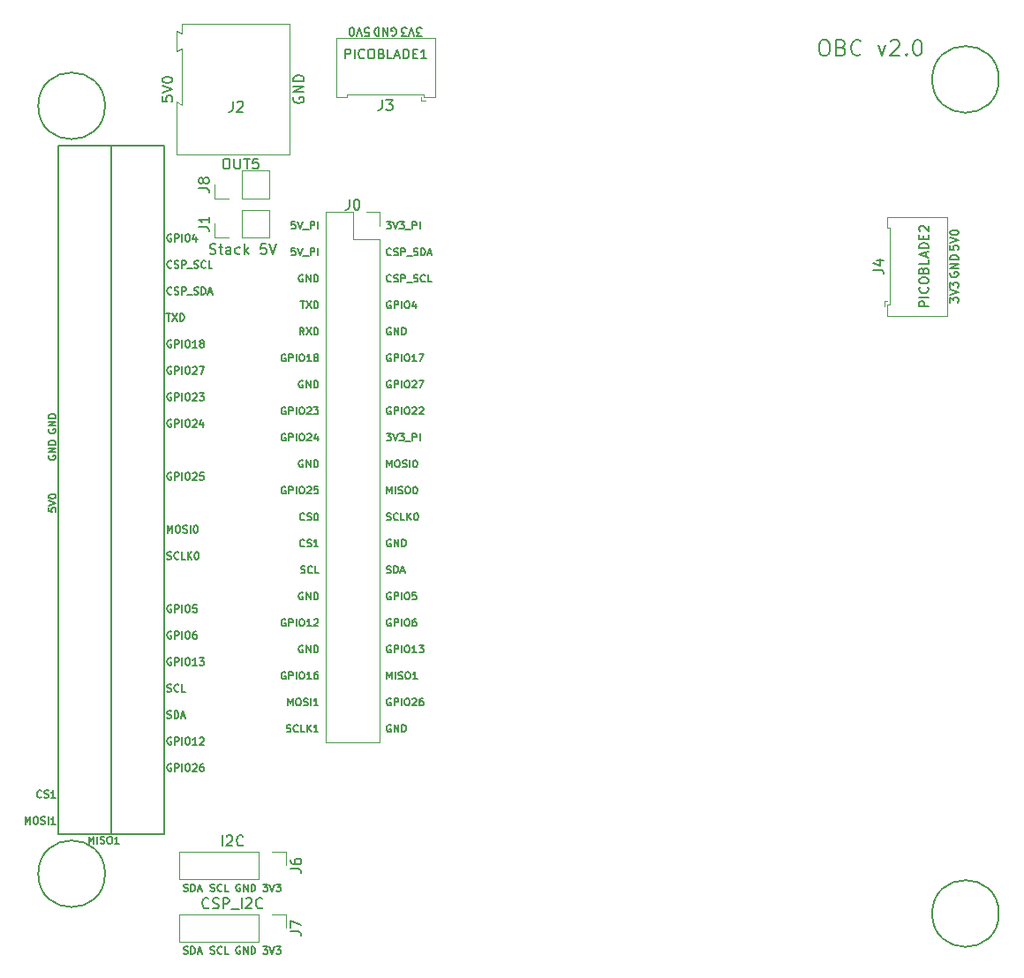
<source format=gto>
G04 #@! TF.GenerationSoftware,KiCad,Pcbnew,6.0.0-unknown-62d453e~86~ubuntu18.04.1*
G04 #@! TF.CreationDate,2019-07-13T13:42:48-04:00*
G04 #@! TF.ProjectId,OBC,4f42432e-6b69-4636-9164-5f7063625858,rev?*
G04 #@! TF.SameCoordinates,Original*
G04 #@! TF.FileFunction,Legend,Top*
G04 #@! TF.FilePolarity,Positive*
%FSLAX46Y46*%
G04 Gerber Fmt 4.6, Leading zero omitted, Abs format (unit mm)*
G04 Created by KiCad (PCBNEW 6.0.0-unknown-62d453e~86~ubuntu18.04.1) date 2019-07-13 13:42:48*
%MOMM*%
%LPD*%
G04 APERTURE LIST*
%ADD10C,0.150000*%
%ADD11C,0.200000*%
%ADD12C,0.120000*%
G04 APERTURE END LIST*
D10*
X107973809Y-59002380D02*
X108164285Y-59002380D01*
X108259523Y-59050000D01*
X108354761Y-59145238D01*
X108402380Y-59335714D01*
X108402380Y-59669047D01*
X108354761Y-59859523D01*
X108259523Y-59954761D01*
X108164285Y-60002380D01*
X107973809Y-60002380D01*
X107878571Y-59954761D01*
X107783333Y-59859523D01*
X107735714Y-59669047D01*
X107735714Y-59335714D01*
X107783333Y-59145238D01*
X107878571Y-59050000D01*
X107973809Y-59002380D01*
X108830952Y-59002380D02*
X108830952Y-59811904D01*
X108878571Y-59907142D01*
X108926190Y-59954761D01*
X109021428Y-60002380D01*
X109211904Y-60002380D01*
X109307142Y-59954761D01*
X109354761Y-59907142D01*
X109402380Y-59811904D01*
X109402380Y-59002380D01*
X109735714Y-59002380D02*
X110307142Y-59002380D01*
X110021428Y-60002380D02*
X110021428Y-59002380D01*
X111116666Y-59002380D02*
X110640476Y-59002380D01*
X110592857Y-59478571D01*
X110640476Y-59430952D01*
X110735714Y-59383333D01*
X110973809Y-59383333D01*
X111069047Y-59430952D01*
X111116666Y-59478571D01*
X111164285Y-59573809D01*
X111164285Y-59811904D01*
X111116666Y-59907142D01*
X111069047Y-59954761D01*
X110973809Y-60002380D01*
X110735714Y-60002380D01*
X110640476Y-59954761D01*
X110592857Y-59907142D01*
X177461904Y-72815476D02*
X177461904Y-72320238D01*
X177766666Y-72586904D01*
X177766666Y-72472619D01*
X177804761Y-72396428D01*
X177842857Y-72358333D01*
X177919047Y-72320238D01*
X178109523Y-72320238D01*
X178185714Y-72358333D01*
X178223809Y-72396428D01*
X178261904Y-72472619D01*
X178261904Y-72701190D01*
X178223809Y-72777380D01*
X178185714Y-72815476D01*
X177461904Y-72091666D02*
X178261904Y-71825000D01*
X177461904Y-71558333D01*
X177461904Y-71367857D02*
X177461904Y-70872619D01*
X177766666Y-71139285D01*
X177766666Y-71025000D01*
X177804761Y-70948809D01*
X177842857Y-70910714D01*
X177919047Y-70872619D01*
X178109523Y-70872619D01*
X178185714Y-70910714D01*
X178223809Y-70948809D01*
X178261904Y-71025000D01*
X178261904Y-71253571D01*
X178223809Y-71329761D01*
X178185714Y-71367857D01*
X177500000Y-69934523D02*
X177461904Y-70010714D01*
X177461904Y-70125000D01*
X177500000Y-70239285D01*
X177576190Y-70315476D01*
X177652380Y-70353571D01*
X177804761Y-70391666D01*
X177919047Y-70391666D01*
X178071428Y-70353571D01*
X178147619Y-70315476D01*
X178223809Y-70239285D01*
X178261904Y-70125000D01*
X178261904Y-70048809D01*
X178223809Y-69934523D01*
X178185714Y-69896428D01*
X177919047Y-69896428D01*
X177919047Y-70048809D01*
X178261904Y-69553571D02*
X177461904Y-69553571D01*
X178261904Y-69096428D01*
X177461904Y-69096428D01*
X178261904Y-68715476D02*
X177461904Y-68715476D01*
X177461904Y-68525000D01*
X177500000Y-68410714D01*
X177576190Y-68334523D01*
X177652380Y-68296428D01*
X177804761Y-68258333D01*
X177919047Y-68258333D01*
X178071428Y-68296428D01*
X178147619Y-68334523D01*
X178223809Y-68410714D01*
X178261904Y-68525000D01*
X178261904Y-68715476D01*
X177461904Y-67358333D02*
X177461904Y-67739285D01*
X177842857Y-67777380D01*
X177804761Y-67739285D01*
X177766666Y-67663095D01*
X177766666Y-67472619D01*
X177804761Y-67396428D01*
X177842857Y-67358333D01*
X177919047Y-67320238D01*
X178109523Y-67320238D01*
X178185714Y-67358333D01*
X178223809Y-67396428D01*
X178261904Y-67472619D01*
X178261904Y-67663095D01*
X178223809Y-67739285D01*
X178185714Y-67777380D01*
X177461904Y-67091666D02*
X178261904Y-66825000D01*
X177461904Y-66558333D01*
X177461904Y-66139285D02*
X177461904Y-66063095D01*
X177500000Y-65986904D01*
X177538095Y-65948809D01*
X177614285Y-65910714D01*
X177766666Y-65872619D01*
X177957142Y-65872619D01*
X178109523Y-65910714D01*
X178185714Y-65948809D01*
X178223809Y-65986904D01*
X178261904Y-66063095D01*
X178261904Y-66139285D01*
X178223809Y-66215476D01*
X178185714Y-66253571D01*
X178109523Y-66291666D01*
X177957142Y-66329761D01*
X177766666Y-66329761D01*
X177614285Y-66291666D01*
X177538095Y-66253571D01*
X177500000Y-66215476D01*
X177461904Y-66139285D01*
X126815476Y-47238095D02*
X126320238Y-47238095D01*
X126586904Y-46933333D01*
X126472619Y-46933333D01*
X126396428Y-46895238D01*
X126358333Y-46857142D01*
X126320238Y-46780952D01*
X126320238Y-46590476D01*
X126358333Y-46514285D01*
X126396428Y-46476190D01*
X126472619Y-46438095D01*
X126701190Y-46438095D01*
X126777380Y-46476190D01*
X126815476Y-46514285D01*
X126091666Y-47238095D02*
X125825000Y-46438095D01*
X125558333Y-47238095D01*
X125367857Y-47238095D02*
X124872619Y-47238095D01*
X125139285Y-46933333D01*
X125025000Y-46933333D01*
X124948809Y-46895238D01*
X124910714Y-46857142D01*
X124872619Y-46780952D01*
X124872619Y-46590476D01*
X124910714Y-46514285D01*
X124948809Y-46476190D01*
X125025000Y-46438095D01*
X125253571Y-46438095D01*
X125329761Y-46476190D01*
X125367857Y-46514285D01*
X114550000Y-53111904D02*
X114502380Y-53207142D01*
X114502380Y-53350000D01*
X114550000Y-53492857D01*
X114645238Y-53588095D01*
X114740476Y-53635714D01*
X114930952Y-53683333D01*
X115073809Y-53683333D01*
X115264285Y-53635714D01*
X115359523Y-53588095D01*
X115454761Y-53492857D01*
X115502380Y-53350000D01*
X115502380Y-53254761D01*
X115454761Y-53111904D01*
X115407142Y-53064285D01*
X115073809Y-53064285D01*
X115073809Y-53254761D01*
X115502380Y-52635714D02*
X114502380Y-52635714D01*
X115502380Y-52064285D01*
X114502380Y-52064285D01*
X115502380Y-51588095D02*
X114502380Y-51588095D01*
X114502380Y-51350000D01*
X114550000Y-51207142D01*
X114645238Y-51111904D01*
X114740476Y-51064285D01*
X114930952Y-51016666D01*
X115073809Y-51016666D01*
X115264285Y-51064285D01*
X115359523Y-51111904D01*
X115454761Y-51207142D01*
X115502380Y-51350000D01*
X115502380Y-51588095D01*
X101902380Y-53016666D02*
X101902380Y-53492857D01*
X102378571Y-53540476D01*
X102330952Y-53492857D01*
X102283333Y-53397619D01*
X102283333Y-53159523D01*
X102330952Y-53064285D01*
X102378571Y-53016666D01*
X102473809Y-52969047D01*
X102711904Y-52969047D01*
X102807142Y-53016666D01*
X102854761Y-53064285D01*
X102902380Y-53159523D01*
X102902380Y-53397619D01*
X102854761Y-53492857D01*
X102807142Y-53540476D01*
X101902380Y-52683333D02*
X102902380Y-52350000D01*
X101902380Y-52016666D01*
X101902380Y-51492857D02*
X101902380Y-51397619D01*
X101950000Y-51302380D01*
X101997619Y-51254761D01*
X102092857Y-51207142D01*
X102283333Y-51159523D01*
X102521428Y-51159523D01*
X102711904Y-51207142D01*
X102807142Y-51254761D01*
X102854761Y-51302380D01*
X102902380Y-51397619D01*
X102902380Y-51492857D01*
X102854761Y-51588095D01*
X102807142Y-51635714D01*
X102711904Y-51683333D01*
X102521428Y-51730952D01*
X102283333Y-51730952D01*
X102092857Y-51683333D01*
X101997619Y-51635714D01*
X101950000Y-51588095D01*
X101902380Y-51492857D01*
X103980000Y-129258333D02*
X104080000Y-129291666D01*
X104246666Y-129291666D01*
X104313333Y-129258333D01*
X104346666Y-129225000D01*
X104380000Y-129158333D01*
X104380000Y-129091666D01*
X104346666Y-129025000D01*
X104313333Y-128991666D01*
X104246666Y-128958333D01*
X104113333Y-128925000D01*
X104046666Y-128891666D01*
X104013333Y-128858333D01*
X103980000Y-128791666D01*
X103980000Y-128725000D01*
X104013333Y-128658333D01*
X104046666Y-128625000D01*
X104113333Y-128591666D01*
X104280000Y-128591666D01*
X104380000Y-128625000D01*
X104680000Y-129291666D02*
X104680000Y-128591666D01*
X104846666Y-128591666D01*
X104946666Y-128625000D01*
X105013333Y-128691666D01*
X105046666Y-128758333D01*
X105080000Y-128891666D01*
X105080000Y-128991666D01*
X105046666Y-129125000D01*
X105013333Y-129191666D01*
X104946666Y-129258333D01*
X104846666Y-129291666D01*
X104680000Y-129291666D01*
X105346666Y-129091666D02*
X105680000Y-129091666D01*
X105280000Y-129291666D02*
X105513333Y-128591666D01*
X105746666Y-129291666D01*
X106536666Y-129258333D02*
X106636666Y-129291666D01*
X106803333Y-129291666D01*
X106870000Y-129258333D01*
X106903333Y-129225000D01*
X106936666Y-129158333D01*
X106936666Y-129091666D01*
X106903333Y-129025000D01*
X106870000Y-128991666D01*
X106803333Y-128958333D01*
X106670000Y-128925000D01*
X106603333Y-128891666D01*
X106570000Y-128858333D01*
X106536666Y-128791666D01*
X106536666Y-128725000D01*
X106570000Y-128658333D01*
X106603333Y-128625000D01*
X106670000Y-128591666D01*
X106836666Y-128591666D01*
X106936666Y-128625000D01*
X107636666Y-129225000D02*
X107603333Y-129258333D01*
X107503333Y-129291666D01*
X107436666Y-129291666D01*
X107336666Y-129258333D01*
X107270000Y-129191666D01*
X107236666Y-129125000D01*
X107203333Y-128991666D01*
X107203333Y-128891666D01*
X107236666Y-128758333D01*
X107270000Y-128691666D01*
X107336666Y-128625000D01*
X107436666Y-128591666D01*
X107503333Y-128591666D01*
X107603333Y-128625000D01*
X107636666Y-128658333D01*
X108270000Y-129291666D02*
X107936666Y-129291666D01*
X107936666Y-128591666D01*
X109376666Y-128625000D02*
X109310000Y-128591666D01*
X109210000Y-128591666D01*
X109110000Y-128625000D01*
X109043333Y-128691666D01*
X109010000Y-128758333D01*
X108976666Y-128891666D01*
X108976666Y-128991666D01*
X109010000Y-129125000D01*
X109043333Y-129191666D01*
X109110000Y-129258333D01*
X109210000Y-129291666D01*
X109276666Y-129291666D01*
X109376666Y-129258333D01*
X109410000Y-129225000D01*
X109410000Y-128991666D01*
X109276666Y-128991666D01*
X109710000Y-129291666D02*
X109710000Y-128591666D01*
X110110000Y-129291666D01*
X110110000Y-128591666D01*
X110443333Y-129291666D02*
X110443333Y-128591666D01*
X110610000Y-128591666D01*
X110710000Y-128625000D01*
X110776666Y-128691666D01*
X110810000Y-128758333D01*
X110843333Y-128891666D01*
X110843333Y-128991666D01*
X110810000Y-129125000D01*
X110776666Y-129191666D01*
X110710000Y-129258333D01*
X110610000Y-129291666D01*
X110443333Y-129291666D01*
X111583333Y-128591666D02*
X112016666Y-128591666D01*
X111783333Y-128858333D01*
X111883333Y-128858333D01*
X111950000Y-128891666D01*
X111983333Y-128925000D01*
X112016666Y-128991666D01*
X112016666Y-129158333D01*
X111983333Y-129225000D01*
X111950000Y-129258333D01*
X111883333Y-129291666D01*
X111683333Y-129291666D01*
X111616666Y-129258333D01*
X111583333Y-129225000D01*
X112216666Y-128591666D02*
X112450000Y-129291666D01*
X112683333Y-128591666D01*
X112850000Y-128591666D02*
X113283333Y-128591666D01*
X113050000Y-128858333D01*
X113150000Y-128858333D01*
X113216666Y-128891666D01*
X113250000Y-128925000D01*
X113283333Y-128991666D01*
X113283333Y-129158333D01*
X113250000Y-129225000D01*
X113216666Y-129258333D01*
X113150000Y-129291666D01*
X112950000Y-129291666D01*
X112883333Y-129258333D01*
X112850000Y-129225000D01*
X107663809Y-124927380D02*
X107663809Y-123927380D01*
X108092380Y-124022619D02*
X108140000Y-123975000D01*
X108235238Y-123927380D01*
X108473333Y-123927380D01*
X108568571Y-123975000D01*
X108616190Y-124022619D01*
X108663809Y-124117857D01*
X108663809Y-124213095D01*
X108616190Y-124355952D01*
X108044761Y-124927380D01*
X108663809Y-124927380D01*
X109663809Y-124832142D02*
X109616190Y-124879761D01*
X109473333Y-124927380D01*
X109378095Y-124927380D01*
X109235238Y-124879761D01*
X109140000Y-124784523D01*
X109092380Y-124689285D01*
X109044761Y-124498809D01*
X109044761Y-124355952D01*
X109092380Y-124165476D01*
X109140000Y-124070238D01*
X109235238Y-123975000D01*
X109378095Y-123927380D01*
X109473333Y-123927380D01*
X109616190Y-123975000D01*
X109663809Y-124022619D01*
X106378095Y-130832142D02*
X106330476Y-130879761D01*
X106187619Y-130927380D01*
X106092380Y-130927380D01*
X105949523Y-130879761D01*
X105854285Y-130784523D01*
X105806666Y-130689285D01*
X105759047Y-130498809D01*
X105759047Y-130355952D01*
X105806666Y-130165476D01*
X105854285Y-130070238D01*
X105949523Y-129975000D01*
X106092380Y-129927380D01*
X106187619Y-129927380D01*
X106330476Y-129975000D01*
X106378095Y-130022619D01*
X106759047Y-130879761D02*
X106901904Y-130927380D01*
X107140000Y-130927380D01*
X107235238Y-130879761D01*
X107282857Y-130832142D01*
X107330476Y-130736904D01*
X107330476Y-130641666D01*
X107282857Y-130546428D01*
X107235238Y-130498809D01*
X107140000Y-130451190D01*
X106949523Y-130403571D01*
X106854285Y-130355952D01*
X106806666Y-130308333D01*
X106759047Y-130213095D01*
X106759047Y-130117857D01*
X106806666Y-130022619D01*
X106854285Y-129975000D01*
X106949523Y-129927380D01*
X107187619Y-129927380D01*
X107330476Y-129975000D01*
X107759047Y-130927380D02*
X107759047Y-129927380D01*
X108140000Y-129927380D01*
X108235238Y-129975000D01*
X108282857Y-130022619D01*
X108330476Y-130117857D01*
X108330476Y-130260714D01*
X108282857Y-130355952D01*
X108235238Y-130403571D01*
X108140000Y-130451190D01*
X107759047Y-130451190D01*
X108520952Y-131022619D02*
X109282857Y-131022619D01*
X109520952Y-130927380D02*
X109520952Y-129927380D01*
X109949523Y-130022619D02*
X109997142Y-129975000D01*
X110092380Y-129927380D01*
X110330476Y-129927380D01*
X110425714Y-129975000D01*
X110473333Y-130022619D01*
X110520952Y-130117857D01*
X110520952Y-130213095D01*
X110473333Y-130355952D01*
X109901904Y-130927380D01*
X110520952Y-130927380D01*
X111520952Y-130832142D02*
X111473333Y-130879761D01*
X111330476Y-130927380D01*
X111235238Y-130927380D01*
X111092380Y-130879761D01*
X110997142Y-130784523D01*
X110949523Y-130689285D01*
X110901904Y-130498809D01*
X110901904Y-130355952D01*
X110949523Y-130165476D01*
X110997142Y-130070238D01*
X111092380Y-129975000D01*
X111235238Y-129927380D01*
X111330476Y-129927380D01*
X111473333Y-129975000D01*
X111520952Y-130022619D01*
X103980000Y-135258333D02*
X104080000Y-135291666D01*
X104246666Y-135291666D01*
X104313333Y-135258333D01*
X104346666Y-135225000D01*
X104380000Y-135158333D01*
X104380000Y-135091666D01*
X104346666Y-135025000D01*
X104313333Y-134991666D01*
X104246666Y-134958333D01*
X104113333Y-134925000D01*
X104046666Y-134891666D01*
X104013333Y-134858333D01*
X103980000Y-134791666D01*
X103980000Y-134725000D01*
X104013333Y-134658333D01*
X104046666Y-134625000D01*
X104113333Y-134591666D01*
X104280000Y-134591666D01*
X104380000Y-134625000D01*
X104680000Y-135291666D02*
X104680000Y-134591666D01*
X104846666Y-134591666D01*
X104946666Y-134625000D01*
X105013333Y-134691666D01*
X105046666Y-134758333D01*
X105080000Y-134891666D01*
X105080000Y-134991666D01*
X105046666Y-135125000D01*
X105013333Y-135191666D01*
X104946666Y-135258333D01*
X104846666Y-135291666D01*
X104680000Y-135291666D01*
X105346666Y-135091666D02*
X105680000Y-135091666D01*
X105280000Y-135291666D02*
X105513333Y-134591666D01*
X105746666Y-135291666D01*
X106536666Y-135258333D02*
X106636666Y-135291666D01*
X106803333Y-135291666D01*
X106870000Y-135258333D01*
X106903333Y-135225000D01*
X106936666Y-135158333D01*
X106936666Y-135091666D01*
X106903333Y-135025000D01*
X106870000Y-134991666D01*
X106803333Y-134958333D01*
X106670000Y-134925000D01*
X106603333Y-134891666D01*
X106570000Y-134858333D01*
X106536666Y-134791666D01*
X106536666Y-134725000D01*
X106570000Y-134658333D01*
X106603333Y-134625000D01*
X106670000Y-134591666D01*
X106836666Y-134591666D01*
X106936666Y-134625000D01*
X107636666Y-135225000D02*
X107603333Y-135258333D01*
X107503333Y-135291666D01*
X107436666Y-135291666D01*
X107336666Y-135258333D01*
X107270000Y-135191666D01*
X107236666Y-135125000D01*
X107203333Y-134991666D01*
X107203333Y-134891666D01*
X107236666Y-134758333D01*
X107270000Y-134691666D01*
X107336666Y-134625000D01*
X107436666Y-134591666D01*
X107503333Y-134591666D01*
X107603333Y-134625000D01*
X107636666Y-134658333D01*
X108270000Y-135291666D02*
X107936666Y-135291666D01*
X107936666Y-134591666D01*
X109376666Y-134625000D02*
X109310000Y-134591666D01*
X109210000Y-134591666D01*
X109110000Y-134625000D01*
X109043333Y-134691666D01*
X109010000Y-134758333D01*
X108976666Y-134891666D01*
X108976666Y-134991666D01*
X109010000Y-135125000D01*
X109043333Y-135191666D01*
X109110000Y-135258333D01*
X109210000Y-135291666D01*
X109276666Y-135291666D01*
X109376666Y-135258333D01*
X109410000Y-135225000D01*
X109410000Y-134991666D01*
X109276666Y-134991666D01*
X109710000Y-135291666D02*
X109710000Y-134591666D01*
X110110000Y-135291666D01*
X110110000Y-134591666D01*
X110443333Y-135291666D02*
X110443333Y-134591666D01*
X110610000Y-134591666D01*
X110710000Y-134625000D01*
X110776666Y-134691666D01*
X110810000Y-134758333D01*
X110843333Y-134891666D01*
X110843333Y-134991666D01*
X110810000Y-135125000D01*
X110776666Y-135191666D01*
X110710000Y-135258333D01*
X110610000Y-135291666D01*
X110443333Y-135291666D01*
X111583333Y-134591666D02*
X112016666Y-134591666D01*
X111783333Y-134858333D01*
X111883333Y-134858333D01*
X111950000Y-134891666D01*
X111983333Y-134925000D01*
X112016666Y-134991666D01*
X112016666Y-135158333D01*
X111983333Y-135225000D01*
X111950000Y-135258333D01*
X111883333Y-135291666D01*
X111683333Y-135291666D01*
X111616666Y-135258333D01*
X111583333Y-135225000D01*
X112216666Y-134591666D02*
X112450000Y-135291666D01*
X112683333Y-134591666D01*
X112850000Y-134591666D02*
X113283333Y-134591666D01*
X113050000Y-134858333D01*
X113150000Y-134858333D01*
X113216666Y-134891666D01*
X113250000Y-134925000D01*
X113283333Y-134991666D01*
X113283333Y-135158333D01*
X113250000Y-135225000D01*
X113216666Y-135258333D01*
X113150000Y-135291666D01*
X112950000Y-135291666D01*
X112883333Y-135258333D01*
X112850000Y-135225000D01*
X121358333Y-47238095D02*
X121739285Y-47238095D01*
X121777380Y-46857142D01*
X121739285Y-46895238D01*
X121663095Y-46933333D01*
X121472619Y-46933333D01*
X121396428Y-46895238D01*
X121358333Y-46857142D01*
X121320238Y-46780952D01*
X121320238Y-46590476D01*
X121358333Y-46514285D01*
X121396428Y-46476190D01*
X121472619Y-46438095D01*
X121663095Y-46438095D01*
X121739285Y-46476190D01*
X121777380Y-46514285D01*
X121091666Y-47238095D02*
X120825000Y-46438095D01*
X120558333Y-47238095D01*
X120139285Y-47238095D02*
X120063095Y-47238095D01*
X119986904Y-47200000D01*
X119948809Y-47161904D01*
X119910714Y-47085714D01*
X119872619Y-46933333D01*
X119872619Y-46742857D01*
X119910714Y-46590476D01*
X119948809Y-46514285D01*
X119986904Y-46476190D01*
X120063095Y-46438095D01*
X120139285Y-46438095D01*
X120215476Y-46476190D01*
X120253571Y-46514285D01*
X120291666Y-46590476D01*
X120329761Y-46742857D01*
X120329761Y-46933333D01*
X120291666Y-47085714D01*
X120253571Y-47161904D01*
X120215476Y-47200000D01*
X120139285Y-47238095D01*
X123934523Y-47200000D02*
X124010714Y-47238095D01*
X124125000Y-47238095D01*
X124239285Y-47200000D01*
X124315476Y-47123809D01*
X124353571Y-47047619D01*
X124391666Y-46895238D01*
X124391666Y-46780952D01*
X124353571Y-46628571D01*
X124315476Y-46552380D01*
X124239285Y-46476190D01*
X124125000Y-46438095D01*
X124048809Y-46438095D01*
X123934523Y-46476190D01*
X123896428Y-46514285D01*
X123896428Y-46780952D01*
X124048809Y-46780952D01*
X123553571Y-46438095D02*
X123553571Y-47238095D01*
X123096428Y-46438095D01*
X123096428Y-47238095D01*
X122715476Y-46438095D02*
X122715476Y-47238095D01*
X122525000Y-47238095D01*
X122410714Y-47200000D01*
X122334523Y-47123809D01*
X122296428Y-47047619D01*
X122258333Y-46895238D01*
X122258333Y-46780952D01*
X122296428Y-46628571D01*
X122334523Y-46552380D01*
X122410714Y-46476190D01*
X122525000Y-46438095D01*
X122715476Y-46438095D01*
D11*
X165278571Y-47628571D02*
X165564285Y-47628571D01*
X165707142Y-47700000D01*
X165850000Y-47842857D01*
X165921428Y-48128571D01*
X165921428Y-48628571D01*
X165850000Y-48914285D01*
X165707142Y-49057142D01*
X165564285Y-49128571D01*
X165278571Y-49128571D01*
X165135714Y-49057142D01*
X164992857Y-48914285D01*
X164921428Y-48628571D01*
X164921428Y-48128571D01*
X164992857Y-47842857D01*
X165135714Y-47700000D01*
X165278571Y-47628571D01*
X167064285Y-48342857D02*
X167278571Y-48414285D01*
X167350000Y-48485714D01*
X167421428Y-48628571D01*
X167421428Y-48842857D01*
X167350000Y-48985714D01*
X167278571Y-49057142D01*
X167135714Y-49128571D01*
X166564285Y-49128571D01*
X166564285Y-47628571D01*
X167064285Y-47628571D01*
X167207142Y-47700000D01*
X167278571Y-47771428D01*
X167350000Y-47914285D01*
X167350000Y-48057142D01*
X167278571Y-48200000D01*
X167207142Y-48271428D01*
X167064285Y-48342857D01*
X166564285Y-48342857D01*
X168921428Y-48985714D02*
X168850000Y-49057142D01*
X168635714Y-49128571D01*
X168492857Y-49128571D01*
X168278571Y-49057142D01*
X168135714Y-48914285D01*
X168064285Y-48771428D01*
X167992857Y-48485714D01*
X167992857Y-48271428D01*
X168064285Y-47985714D01*
X168135714Y-47842857D01*
X168278571Y-47700000D01*
X168492857Y-47628571D01*
X168635714Y-47628571D01*
X168850000Y-47700000D01*
X168921428Y-47771428D01*
X170564285Y-48128571D02*
X170921428Y-49128571D01*
X171278571Y-48128571D01*
X171778571Y-47771428D02*
X171850000Y-47700000D01*
X171992857Y-47628571D01*
X172350000Y-47628571D01*
X172492857Y-47700000D01*
X172564285Y-47771428D01*
X172635714Y-47914285D01*
X172635714Y-48057142D01*
X172564285Y-48271428D01*
X171707142Y-49128571D01*
X172635714Y-49128571D01*
X173278571Y-48985714D02*
X173350000Y-49057142D01*
X173278571Y-49128571D01*
X173207142Y-49057142D01*
X173278571Y-48985714D01*
X173278571Y-49128571D01*
X174278571Y-47628571D02*
X174421428Y-47628571D01*
X174564285Y-47700000D01*
X174635714Y-47771428D01*
X174707142Y-47914285D01*
X174778571Y-48200000D01*
X174778571Y-48557142D01*
X174707142Y-48842857D01*
X174635714Y-48985714D01*
X174564285Y-49057142D01*
X174421428Y-49128571D01*
X174278571Y-49128571D01*
X174135714Y-49057142D01*
X174064285Y-48985714D01*
X173992857Y-48842857D01*
X173921428Y-48557142D01*
X173921428Y-48200000D01*
X173992857Y-47914285D01*
X174064285Y-47771428D01*
X174135714Y-47700000D01*
X174278571Y-47628571D01*
D10*
X123397500Y-85376666D02*
X123830833Y-85376666D01*
X123597500Y-85643333D01*
X123697500Y-85643333D01*
X123764166Y-85676666D01*
X123797500Y-85710000D01*
X123830833Y-85776666D01*
X123830833Y-85943333D01*
X123797500Y-86010000D01*
X123764166Y-86043333D01*
X123697500Y-86076666D01*
X123497500Y-86076666D01*
X123430833Y-86043333D01*
X123397500Y-86010000D01*
X124030833Y-85376666D02*
X124264166Y-86076666D01*
X124497500Y-85376666D01*
X124664166Y-85376666D02*
X125097500Y-85376666D01*
X124864166Y-85643333D01*
X124964166Y-85643333D01*
X125030833Y-85676666D01*
X125064166Y-85710000D01*
X125097500Y-85776666D01*
X125097500Y-85943333D01*
X125064166Y-86010000D01*
X125030833Y-86043333D01*
X124964166Y-86076666D01*
X124764166Y-86076666D01*
X124697500Y-86043333D01*
X124664166Y-86010000D01*
X125230833Y-86143333D02*
X125764166Y-86143333D01*
X125930833Y-86076666D02*
X125930833Y-85376666D01*
X126197500Y-85376666D01*
X126264166Y-85410000D01*
X126297500Y-85443333D01*
X126330833Y-85510000D01*
X126330833Y-85610000D01*
X126297500Y-85676666D01*
X126264166Y-85710000D01*
X126197500Y-85743333D01*
X125930833Y-85743333D01*
X126630833Y-86076666D02*
X126630833Y-85376666D01*
X123830833Y-113350000D02*
X123764166Y-113316666D01*
X123664166Y-113316666D01*
X123564166Y-113350000D01*
X123497500Y-113416666D01*
X123464166Y-113483333D01*
X123430833Y-113616666D01*
X123430833Y-113716666D01*
X123464166Y-113850000D01*
X123497500Y-113916666D01*
X123564166Y-113983333D01*
X123664166Y-114016666D01*
X123730833Y-114016666D01*
X123830833Y-113983333D01*
X123864166Y-113950000D01*
X123864166Y-113716666D01*
X123730833Y-113716666D01*
X124164166Y-114016666D02*
X124164166Y-113316666D01*
X124564166Y-114016666D01*
X124564166Y-113316666D01*
X124897500Y-114016666D02*
X124897500Y-113316666D01*
X125064166Y-113316666D01*
X125164166Y-113350000D01*
X125230833Y-113416666D01*
X125264166Y-113483333D01*
X125297500Y-113616666D01*
X125297500Y-113716666D01*
X125264166Y-113850000D01*
X125230833Y-113916666D01*
X125164166Y-113983333D01*
X125064166Y-114016666D01*
X124897500Y-114016666D01*
X123830833Y-110810000D02*
X123764166Y-110776666D01*
X123664166Y-110776666D01*
X123564166Y-110810000D01*
X123497500Y-110876666D01*
X123464166Y-110943333D01*
X123430833Y-111076666D01*
X123430833Y-111176666D01*
X123464166Y-111310000D01*
X123497500Y-111376666D01*
X123564166Y-111443333D01*
X123664166Y-111476666D01*
X123730833Y-111476666D01*
X123830833Y-111443333D01*
X123864166Y-111410000D01*
X123864166Y-111176666D01*
X123730833Y-111176666D01*
X124164166Y-111476666D02*
X124164166Y-110776666D01*
X124430833Y-110776666D01*
X124497500Y-110810000D01*
X124530833Y-110843333D01*
X124564166Y-110910000D01*
X124564166Y-111010000D01*
X124530833Y-111076666D01*
X124497500Y-111110000D01*
X124430833Y-111143333D01*
X124164166Y-111143333D01*
X124864166Y-111476666D02*
X124864166Y-110776666D01*
X125330833Y-110776666D02*
X125464166Y-110776666D01*
X125530833Y-110810000D01*
X125597500Y-110876666D01*
X125630833Y-111010000D01*
X125630833Y-111243333D01*
X125597500Y-111376666D01*
X125530833Y-111443333D01*
X125464166Y-111476666D01*
X125330833Y-111476666D01*
X125264166Y-111443333D01*
X125197500Y-111376666D01*
X125164166Y-111243333D01*
X125164166Y-111010000D01*
X125197500Y-110876666D01*
X125264166Y-110810000D01*
X125330833Y-110776666D01*
X125897500Y-110843333D02*
X125930833Y-110810000D01*
X125997500Y-110776666D01*
X126164166Y-110776666D01*
X126230833Y-110810000D01*
X126264166Y-110843333D01*
X126297500Y-110910000D01*
X126297500Y-110976666D01*
X126264166Y-111076666D01*
X125864166Y-111476666D01*
X126297500Y-111476666D01*
X126897500Y-110776666D02*
X126764166Y-110776666D01*
X126697500Y-110810000D01*
X126664166Y-110843333D01*
X126597500Y-110943333D01*
X126564166Y-111076666D01*
X126564166Y-111343333D01*
X126597500Y-111410000D01*
X126630833Y-111443333D01*
X126697500Y-111476666D01*
X126830833Y-111476666D01*
X126897500Y-111443333D01*
X126930833Y-111410000D01*
X126964166Y-111343333D01*
X126964166Y-111176666D01*
X126930833Y-111110000D01*
X126897500Y-111076666D01*
X126830833Y-111043333D01*
X126697500Y-111043333D01*
X126630833Y-111076666D01*
X126597500Y-111110000D01*
X126564166Y-111176666D01*
X123464166Y-108936666D02*
X123464166Y-108236666D01*
X123697500Y-108736666D01*
X123930833Y-108236666D01*
X123930833Y-108936666D01*
X124264166Y-108936666D02*
X124264166Y-108236666D01*
X124564166Y-108903333D02*
X124664166Y-108936666D01*
X124830833Y-108936666D01*
X124897500Y-108903333D01*
X124930833Y-108870000D01*
X124964166Y-108803333D01*
X124964166Y-108736666D01*
X124930833Y-108670000D01*
X124897500Y-108636666D01*
X124830833Y-108603333D01*
X124697500Y-108570000D01*
X124630833Y-108536666D01*
X124597500Y-108503333D01*
X124564166Y-108436666D01*
X124564166Y-108370000D01*
X124597500Y-108303333D01*
X124630833Y-108270000D01*
X124697500Y-108236666D01*
X124864166Y-108236666D01*
X124964166Y-108270000D01*
X125397500Y-108236666D02*
X125530833Y-108236666D01*
X125597500Y-108270000D01*
X125664166Y-108336666D01*
X125697500Y-108470000D01*
X125697500Y-108703333D01*
X125664166Y-108836666D01*
X125597500Y-108903333D01*
X125530833Y-108936666D01*
X125397500Y-108936666D01*
X125330833Y-108903333D01*
X125264166Y-108836666D01*
X125230833Y-108703333D01*
X125230833Y-108470000D01*
X125264166Y-108336666D01*
X125330833Y-108270000D01*
X125397500Y-108236666D01*
X126364166Y-108936666D02*
X125964166Y-108936666D01*
X126164166Y-108936666D02*
X126164166Y-108236666D01*
X126097500Y-108336666D01*
X126030833Y-108403333D01*
X125964166Y-108436666D01*
X123830833Y-105730000D02*
X123764166Y-105696666D01*
X123664166Y-105696666D01*
X123564166Y-105730000D01*
X123497500Y-105796666D01*
X123464166Y-105863333D01*
X123430833Y-105996666D01*
X123430833Y-106096666D01*
X123464166Y-106230000D01*
X123497500Y-106296666D01*
X123564166Y-106363333D01*
X123664166Y-106396666D01*
X123730833Y-106396666D01*
X123830833Y-106363333D01*
X123864166Y-106330000D01*
X123864166Y-106096666D01*
X123730833Y-106096666D01*
X124164166Y-106396666D02*
X124164166Y-105696666D01*
X124430833Y-105696666D01*
X124497500Y-105730000D01*
X124530833Y-105763333D01*
X124564166Y-105830000D01*
X124564166Y-105930000D01*
X124530833Y-105996666D01*
X124497500Y-106030000D01*
X124430833Y-106063333D01*
X124164166Y-106063333D01*
X124864166Y-106396666D02*
X124864166Y-105696666D01*
X125330833Y-105696666D02*
X125464166Y-105696666D01*
X125530833Y-105730000D01*
X125597500Y-105796666D01*
X125630833Y-105930000D01*
X125630833Y-106163333D01*
X125597500Y-106296666D01*
X125530833Y-106363333D01*
X125464166Y-106396666D01*
X125330833Y-106396666D01*
X125264166Y-106363333D01*
X125197500Y-106296666D01*
X125164166Y-106163333D01*
X125164166Y-105930000D01*
X125197500Y-105796666D01*
X125264166Y-105730000D01*
X125330833Y-105696666D01*
X126297500Y-106396666D02*
X125897500Y-106396666D01*
X126097500Y-106396666D02*
X126097500Y-105696666D01*
X126030833Y-105796666D01*
X125964166Y-105863333D01*
X125897500Y-105896666D01*
X126530833Y-105696666D02*
X126964166Y-105696666D01*
X126730833Y-105963333D01*
X126830833Y-105963333D01*
X126897500Y-105996666D01*
X126930833Y-106030000D01*
X126964166Y-106096666D01*
X126964166Y-106263333D01*
X126930833Y-106330000D01*
X126897500Y-106363333D01*
X126830833Y-106396666D01*
X126630833Y-106396666D01*
X126564166Y-106363333D01*
X126530833Y-106330000D01*
X123830833Y-103190000D02*
X123764166Y-103156666D01*
X123664166Y-103156666D01*
X123564166Y-103190000D01*
X123497500Y-103256666D01*
X123464166Y-103323333D01*
X123430833Y-103456666D01*
X123430833Y-103556666D01*
X123464166Y-103690000D01*
X123497500Y-103756666D01*
X123564166Y-103823333D01*
X123664166Y-103856666D01*
X123730833Y-103856666D01*
X123830833Y-103823333D01*
X123864166Y-103790000D01*
X123864166Y-103556666D01*
X123730833Y-103556666D01*
X124164166Y-103856666D02*
X124164166Y-103156666D01*
X124430833Y-103156666D01*
X124497500Y-103190000D01*
X124530833Y-103223333D01*
X124564166Y-103290000D01*
X124564166Y-103390000D01*
X124530833Y-103456666D01*
X124497500Y-103490000D01*
X124430833Y-103523333D01*
X124164166Y-103523333D01*
X124864166Y-103856666D02*
X124864166Y-103156666D01*
X125330833Y-103156666D02*
X125464166Y-103156666D01*
X125530833Y-103190000D01*
X125597500Y-103256666D01*
X125630833Y-103390000D01*
X125630833Y-103623333D01*
X125597500Y-103756666D01*
X125530833Y-103823333D01*
X125464166Y-103856666D01*
X125330833Y-103856666D01*
X125264166Y-103823333D01*
X125197500Y-103756666D01*
X125164166Y-103623333D01*
X125164166Y-103390000D01*
X125197500Y-103256666D01*
X125264166Y-103190000D01*
X125330833Y-103156666D01*
X126230833Y-103156666D02*
X126097500Y-103156666D01*
X126030833Y-103190000D01*
X125997500Y-103223333D01*
X125930833Y-103323333D01*
X125897500Y-103456666D01*
X125897500Y-103723333D01*
X125930833Y-103790000D01*
X125964166Y-103823333D01*
X126030833Y-103856666D01*
X126164166Y-103856666D01*
X126230833Y-103823333D01*
X126264166Y-103790000D01*
X126297500Y-103723333D01*
X126297500Y-103556666D01*
X126264166Y-103490000D01*
X126230833Y-103456666D01*
X126164166Y-103423333D01*
X126030833Y-103423333D01*
X125964166Y-103456666D01*
X125930833Y-103490000D01*
X125897500Y-103556666D01*
X123830833Y-100650000D02*
X123764166Y-100616666D01*
X123664166Y-100616666D01*
X123564166Y-100650000D01*
X123497500Y-100716666D01*
X123464166Y-100783333D01*
X123430833Y-100916666D01*
X123430833Y-101016666D01*
X123464166Y-101150000D01*
X123497500Y-101216666D01*
X123564166Y-101283333D01*
X123664166Y-101316666D01*
X123730833Y-101316666D01*
X123830833Y-101283333D01*
X123864166Y-101250000D01*
X123864166Y-101016666D01*
X123730833Y-101016666D01*
X124164166Y-101316666D02*
X124164166Y-100616666D01*
X124430833Y-100616666D01*
X124497500Y-100650000D01*
X124530833Y-100683333D01*
X124564166Y-100750000D01*
X124564166Y-100850000D01*
X124530833Y-100916666D01*
X124497500Y-100950000D01*
X124430833Y-100983333D01*
X124164166Y-100983333D01*
X124864166Y-101316666D02*
X124864166Y-100616666D01*
X125330833Y-100616666D02*
X125464166Y-100616666D01*
X125530833Y-100650000D01*
X125597500Y-100716666D01*
X125630833Y-100850000D01*
X125630833Y-101083333D01*
X125597500Y-101216666D01*
X125530833Y-101283333D01*
X125464166Y-101316666D01*
X125330833Y-101316666D01*
X125264166Y-101283333D01*
X125197500Y-101216666D01*
X125164166Y-101083333D01*
X125164166Y-100850000D01*
X125197500Y-100716666D01*
X125264166Y-100650000D01*
X125330833Y-100616666D01*
X126264166Y-100616666D02*
X125930833Y-100616666D01*
X125897500Y-100950000D01*
X125930833Y-100916666D01*
X125997500Y-100883333D01*
X126164166Y-100883333D01*
X126230833Y-100916666D01*
X126264166Y-100950000D01*
X126297500Y-101016666D01*
X126297500Y-101183333D01*
X126264166Y-101250000D01*
X126230833Y-101283333D01*
X126164166Y-101316666D01*
X125997500Y-101316666D01*
X125930833Y-101283333D01*
X125897500Y-101250000D01*
X123430833Y-98743333D02*
X123530833Y-98776666D01*
X123697500Y-98776666D01*
X123764166Y-98743333D01*
X123797500Y-98710000D01*
X123830833Y-98643333D01*
X123830833Y-98576666D01*
X123797500Y-98510000D01*
X123764166Y-98476666D01*
X123697500Y-98443333D01*
X123564166Y-98410000D01*
X123497500Y-98376666D01*
X123464166Y-98343333D01*
X123430833Y-98276666D01*
X123430833Y-98210000D01*
X123464166Y-98143333D01*
X123497500Y-98110000D01*
X123564166Y-98076666D01*
X123730833Y-98076666D01*
X123830833Y-98110000D01*
X124130833Y-98776666D02*
X124130833Y-98076666D01*
X124297500Y-98076666D01*
X124397500Y-98110000D01*
X124464166Y-98176666D01*
X124497500Y-98243333D01*
X124530833Y-98376666D01*
X124530833Y-98476666D01*
X124497500Y-98610000D01*
X124464166Y-98676666D01*
X124397500Y-98743333D01*
X124297500Y-98776666D01*
X124130833Y-98776666D01*
X124797500Y-98576666D02*
X125130833Y-98576666D01*
X124730833Y-98776666D02*
X124964166Y-98076666D01*
X125197500Y-98776666D01*
X123830833Y-95570000D02*
X123764166Y-95536666D01*
X123664166Y-95536666D01*
X123564166Y-95570000D01*
X123497500Y-95636666D01*
X123464166Y-95703333D01*
X123430833Y-95836666D01*
X123430833Y-95936666D01*
X123464166Y-96070000D01*
X123497500Y-96136666D01*
X123564166Y-96203333D01*
X123664166Y-96236666D01*
X123730833Y-96236666D01*
X123830833Y-96203333D01*
X123864166Y-96170000D01*
X123864166Y-95936666D01*
X123730833Y-95936666D01*
X124164166Y-96236666D02*
X124164166Y-95536666D01*
X124564166Y-96236666D01*
X124564166Y-95536666D01*
X124897500Y-96236666D02*
X124897500Y-95536666D01*
X125064166Y-95536666D01*
X125164166Y-95570000D01*
X125230833Y-95636666D01*
X125264166Y-95703333D01*
X125297500Y-95836666D01*
X125297500Y-95936666D01*
X125264166Y-96070000D01*
X125230833Y-96136666D01*
X125164166Y-96203333D01*
X125064166Y-96236666D01*
X124897500Y-96236666D01*
X123430833Y-93663333D02*
X123530833Y-93696666D01*
X123697500Y-93696666D01*
X123764166Y-93663333D01*
X123797500Y-93630000D01*
X123830833Y-93563333D01*
X123830833Y-93496666D01*
X123797500Y-93430000D01*
X123764166Y-93396666D01*
X123697500Y-93363333D01*
X123564166Y-93330000D01*
X123497500Y-93296666D01*
X123464166Y-93263333D01*
X123430833Y-93196666D01*
X123430833Y-93130000D01*
X123464166Y-93063333D01*
X123497500Y-93030000D01*
X123564166Y-92996666D01*
X123730833Y-92996666D01*
X123830833Y-93030000D01*
X124530833Y-93630000D02*
X124497500Y-93663333D01*
X124397500Y-93696666D01*
X124330833Y-93696666D01*
X124230833Y-93663333D01*
X124164166Y-93596666D01*
X124130833Y-93530000D01*
X124097500Y-93396666D01*
X124097500Y-93296666D01*
X124130833Y-93163333D01*
X124164166Y-93096666D01*
X124230833Y-93030000D01*
X124330833Y-92996666D01*
X124397500Y-92996666D01*
X124497500Y-93030000D01*
X124530833Y-93063333D01*
X125164166Y-93696666D02*
X124830833Y-93696666D01*
X124830833Y-92996666D01*
X125397500Y-93696666D02*
X125397500Y-92996666D01*
X125797500Y-93696666D02*
X125497500Y-93296666D01*
X125797500Y-92996666D02*
X125397500Y-93396666D01*
X126230833Y-92996666D02*
X126297500Y-92996666D01*
X126364166Y-93030000D01*
X126397500Y-93063333D01*
X126430833Y-93130000D01*
X126464166Y-93263333D01*
X126464166Y-93430000D01*
X126430833Y-93563333D01*
X126397500Y-93630000D01*
X126364166Y-93663333D01*
X126297500Y-93696666D01*
X126230833Y-93696666D01*
X126164166Y-93663333D01*
X126130833Y-93630000D01*
X126097500Y-93563333D01*
X126064166Y-93430000D01*
X126064166Y-93263333D01*
X126097500Y-93130000D01*
X126130833Y-93063333D01*
X126164166Y-93030000D01*
X126230833Y-92996666D01*
X123464166Y-91156666D02*
X123464166Y-90456666D01*
X123697500Y-90956666D01*
X123930833Y-90456666D01*
X123930833Y-91156666D01*
X124264166Y-91156666D02*
X124264166Y-90456666D01*
X124564166Y-91123333D02*
X124664166Y-91156666D01*
X124830833Y-91156666D01*
X124897500Y-91123333D01*
X124930833Y-91090000D01*
X124964166Y-91023333D01*
X124964166Y-90956666D01*
X124930833Y-90890000D01*
X124897500Y-90856666D01*
X124830833Y-90823333D01*
X124697500Y-90790000D01*
X124630833Y-90756666D01*
X124597500Y-90723333D01*
X124564166Y-90656666D01*
X124564166Y-90590000D01*
X124597500Y-90523333D01*
X124630833Y-90490000D01*
X124697500Y-90456666D01*
X124864166Y-90456666D01*
X124964166Y-90490000D01*
X125397500Y-90456666D02*
X125530833Y-90456666D01*
X125597500Y-90490000D01*
X125664166Y-90556666D01*
X125697500Y-90690000D01*
X125697500Y-90923333D01*
X125664166Y-91056666D01*
X125597500Y-91123333D01*
X125530833Y-91156666D01*
X125397500Y-91156666D01*
X125330833Y-91123333D01*
X125264166Y-91056666D01*
X125230833Y-90923333D01*
X125230833Y-90690000D01*
X125264166Y-90556666D01*
X125330833Y-90490000D01*
X125397500Y-90456666D01*
X126130833Y-90456666D02*
X126197500Y-90456666D01*
X126264166Y-90490000D01*
X126297500Y-90523333D01*
X126330833Y-90590000D01*
X126364166Y-90723333D01*
X126364166Y-90890000D01*
X126330833Y-91023333D01*
X126297500Y-91090000D01*
X126264166Y-91123333D01*
X126197500Y-91156666D01*
X126130833Y-91156666D01*
X126064166Y-91123333D01*
X126030833Y-91090000D01*
X125997500Y-91023333D01*
X125964166Y-90890000D01*
X125964166Y-90723333D01*
X125997500Y-90590000D01*
X126030833Y-90523333D01*
X126064166Y-90490000D01*
X126130833Y-90456666D01*
X123464166Y-88616666D02*
X123464166Y-87916666D01*
X123697500Y-88416666D01*
X123930833Y-87916666D01*
X123930833Y-88616666D01*
X124397500Y-87916666D02*
X124530833Y-87916666D01*
X124597500Y-87950000D01*
X124664166Y-88016666D01*
X124697500Y-88150000D01*
X124697500Y-88383333D01*
X124664166Y-88516666D01*
X124597500Y-88583333D01*
X124530833Y-88616666D01*
X124397500Y-88616666D01*
X124330833Y-88583333D01*
X124264166Y-88516666D01*
X124230833Y-88383333D01*
X124230833Y-88150000D01*
X124264166Y-88016666D01*
X124330833Y-87950000D01*
X124397500Y-87916666D01*
X124964166Y-88583333D02*
X125064166Y-88616666D01*
X125230833Y-88616666D01*
X125297500Y-88583333D01*
X125330833Y-88550000D01*
X125364166Y-88483333D01*
X125364166Y-88416666D01*
X125330833Y-88350000D01*
X125297500Y-88316666D01*
X125230833Y-88283333D01*
X125097500Y-88250000D01*
X125030833Y-88216666D01*
X124997500Y-88183333D01*
X124964166Y-88116666D01*
X124964166Y-88050000D01*
X124997500Y-87983333D01*
X125030833Y-87950000D01*
X125097500Y-87916666D01*
X125264166Y-87916666D01*
X125364166Y-87950000D01*
X125664166Y-88616666D02*
X125664166Y-87916666D01*
X126130833Y-87916666D02*
X126197500Y-87916666D01*
X126264166Y-87950000D01*
X126297500Y-87983333D01*
X126330833Y-88050000D01*
X126364166Y-88183333D01*
X126364166Y-88350000D01*
X126330833Y-88483333D01*
X126297500Y-88550000D01*
X126264166Y-88583333D01*
X126197500Y-88616666D01*
X126130833Y-88616666D01*
X126064166Y-88583333D01*
X126030833Y-88550000D01*
X125997500Y-88483333D01*
X125964166Y-88350000D01*
X125964166Y-88183333D01*
X125997500Y-88050000D01*
X126030833Y-87983333D01*
X126064166Y-87950000D01*
X126130833Y-87916666D01*
X123830833Y-82870000D02*
X123764166Y-82836666D01*
X123664166Y-82836666D01*
X123564166Y-82870000D01*
X123497500Y-82936666D01*
X123464166Y-83003333D01*
X123430833Y-83136666D01*
X123430833Y-83236666D01*
X123464166Y-83370000D01*
X123497500Y-83436666D01*
X123564166Y-83503333D01*
X123664166Y-83536666D01*
X123730833Y-83536666D01*
X123830833Y-83503333D01*
X123864166Y-83470000D01*
X123864166Y-83236666D01*
X123730833Y-83236666D01*
X124164166Y-83536666D02*
X124164166Y-82836666D01*
X124430833Y-82836666D01*
X124497500Y-82870000D01*
X124530833Y-82903333D01*
X124564166Y-82970000D01*
X124564166Y-83070000D01*
X124530833Y-83136666D01*
X124497500Y-83170000D01*
X124430833Y-83203333D01*
X124164166Y-83203333D01*
X124864166Y-83536666D02*
X124864166Y-82836666D01*
X125330833Y-82836666D02*
X125464166Y-82836666D01*
X125530833Y-82870000D01*
X125597500Y-82936666D01*
X125630833Y-83070000D01*
X125630833Y-83303333D01*
X125597500Y-83436666D01*
X125530833Y-83503333D01*
X125464166Y-83536666D01*
X125330833Y-83536666D01*
X125264166Y-83503333D01*
X125197500Y-83436666D01*
X125164166Y-83303333D01*
X125164166Y-83070000D01*
X125197500Y-82936666D01*
X125264166Y-82870000D01*
X125330833Y-82836666D01*
X125897500Y-82903333D02*
X125930833Y-82870000D01*
X125997500Y-82836666D01*
X126164166Y-82836666D01*
X126230833Y-82870000D01*
X126264166Y-82903333D01*
X126297500Y-82970000D01*
X126297500Y-83036666D01*
X126264166Y-83136666D01*
X125864166Y-83536666D01*
X126297500Y-83536666D01*
X126564166Y-82903333D02*
X126597500Y-82870000D01*
X126664166Y-82836666D01*
X126830833Y-82836666D01*
X126897500Y-82870000D01*
X126930833Y-82903333D01*
X126964166Y-82970000D01*
X126964166Y-83036666D01*
X126930833Y-83136666D01*
X126530833Y-83536666D01*
X126964166Y-83536666D01*
X123830833Y-80330000D02*
X123764166Y-80296666D01*
X123664166Y-80296666D01*
X123564166Y-80330000D01*
X123497500Y-80396666D01*
X123464166Y-80463333D01*
X123430833Y-80596666D01*
X123430833Y-80696666D01*
X123464166Y-80830000D01*
X123497500Y-80896666D01*
X123564166Y-80963333D01*
X123664166Y-80996666D01*
X123730833Y-80996666D01*
X123830833Y-80963333D01*
X123864166Y-80930000D01*
X123864166Y-80696666D01*
X123730833Y-80696666D01*
X124164166Y-80996666D02*
X124164166Y-80296666D01*
X124430833Y-80296666D01*
X124497500Y-80330000D01*
X124530833Y-80363333D01*
X124564166Y-80430000D01*
X124564166Y-80530000D01*
X124530833Y-80596666D01*
X124497500Y-80630000D01*
X124430833Y-80663333D01*
X124164166Y-80663333D01*
X124864166Y-80996666D02*
X124864166Y-80296666D01*
X125330833Y-80296666D02*
X125464166Y-80296666D01*
X125530833Y-80330000D01*
X125597500Y-80396666D01*
X125630833Y-80530000D01*
X125630833Y-80763333D01*
X125597500Y-80896666D01*
X125530833Y-80963333D01*
X125464166Y-80996666D01*
X125330833Y-80996666D01*
X125264166Y-80963333D01*
X125197500Y-80896666D01*
X125164166Y-80763333D01*
X125164166Y-80530000D01*
X125197500Y-80396666D01*
X125264166Y-80330000D01*
X125330833Y-80296666D01*
X125897500Y-80363333D02*
X125930833Y-80330000D01*
X125997500Y-80296666D01*
X126164166Y-80296666D01*
X126230833Y-80330000D01*
X126264166Y-80363333D01*
X126297500Y-80430000D01*
X126297500Y-80496666D01*
X126264166Y-80596666D01*
X125864166Y-80996666D01*
X126297500Y-80996666D01*
X126530833Y-80296666D02*
X126997500Y-80296666D01*
X126697500Y-80996666D01*
X123830833Y-77790000D02*
X123764166Y-77756666D01*
X123664166Y-77756666D01*
X123564166Y-77790000D01*
X123497500Y-77856666D01*
X123464166Y-77923333D01*
X123430833Y-78056666D01*
X123430833Y-78156666D01*
X123464166Y-78290000D01*
X123497500Y-78356666D01*
X123564166Y-78423333D01*
X123664166Y-78456666D01*
X123730833Y-78456666D01*
X123830833Y-78423333D01*
X123864166Y-78390000D01*
X123864166Y-78156666D01*
X123730833Y-78156666D01*
X124164166Y-78456666D02*
X124164166Y-77756666D01*
X124430833Y-77756666D01*
X124497500Y-77790000D01*
X124530833Y-77823333D01*
X124564166Y-77890000D01*
X124564166Y-77990000D01*
X124530833Y-78056666D01*
X124497500Y-78090000D01*
X124430833Y-78123333D01*
X124164166Y-78123333D01*
X124864166Y-78456666D02*
X124864166Y-77756666D01*
X125330833Y-77756666D02*
X125464166Y-77756666D01*
X125530833Y-77790000D01*
X125597500Y-77856666D01*
X125630833Y-77990000D01*
X125630833Y-78223333D01*
X125597500Y-78356666D01*
X125530833Y-78423333D01*
X125464166Y-78456666D01*
X125330833Y-78456666D01*
X125264166Y-78423333D01*
X125197500Y-78356666D01*
X125164166Y-78223333D01*
X125164166Y-77990000D01*
X125197500Y-77856666D01*
X125264166Y-77790000D01*
X125330833Y-77756666D01*
X126297500Y-78456666D02*
X125897500Y-78456666D01*
X126097500Y-78456666D02*
X126097500Y-77756666D01*
X126030833Y-77856666D01*
X125964166Y-77923333D01*
X125897500Y-77956666D01*
X126530833Y-77756666D02*
X126997500Y-77756666D01*
X126697500Y-78456666D01*
X123830833Y-75250000D02*
X123764166Y-75216666D01*
X123664166Y-75216666D01*
X123564166Y-75250000D01*
X123497500Y-75316666D01*
X123464166Y-75383333D01*
X123430833Y-75516666D01*
X123430833Y-75616666D01*
X123464166Y-75750000D01*
X123497500Y-75816666D01*
X123564166Y-75883333D01*
X123664166Y-75916666D01*
X123730833Y-75916666D01*
X123830833Y-75883333D01*
X123864166Y-75850000D01*
X123864166Y-75616666D01*
X123730833Y-75616666D01*
X124164166Y-75916666D02*
X124164166Y-75216666D01*
X124564166Y-75916666D01*
X124564166Y-75216666D01*
X124897500Y-75916666D02*
X124897500Y-75216666D01*
X125064166Y-75216666D01*
X125164166Y-75250000D01*
X125230833Y-75316666D01*
X125264166Y-75383333D01*
X125297500Y-75516666D01*
X125297500Y-75616666D01*
X125264166Y-75750000D01*
X125230833Y-75816666D01*
X125164166Y-75883333D01*
X125064166Y-75916666D01*
X124897500Y-75916666D01*
X123830833Y-72710000D02*
X123764166Y-72676666D01*
X123664166Y-72676666D01*
X123564166Y-72710000D01*
X123497500Y-72776666D01*
X123464166Y-72843333D01*
X123430833Y-72976666D01*
X123430833Y-73076666D01*
X123464166Y-73210000D01*
X123497500Y-73276666D01*
X123564166Y-73343333D01*
X123664166Y-73376666D01*
X123730833Y-73376666D01*
X123830833Y-73343333D01*
X123864166Y-73310000D01*
X123864166Y-73076666D01*
X123730833Y-73076666D01*
X124164166Y-73376666D02*
X124164166Y-72676666D01*
X124430833Y-72676666D01*
X124497500Y-72710000D01*
X124530833Y-72743333D01*
X124564166Y-72810000D01*
X124564166Y-72910000D01*
X124530833Y-72976666D01*
X124497500Y-73010000D01*
X124430833Y-73043333D01*
X124164166Y-73043333D01*
X124864166Y-73376666D02*
X124864166Y-72676666D01*
X125330833Y-72676666D02*
X125464166Y-72676666D01*
X125530833Y-72710000D01*
X125597500Y-72776666D01*
X125630833Y-72910000D01*
X125630833Y-73143333D01*
X125597500Y-73276666D01*
X125530833Y-73343333D01*
X125464166Y-73376666D01*
X125330833Y-73376666D01*
X125264166Y-73343333D01*
X125197500Y-73276666D01*
X125164166Y-73143333D01*
X125164166Y-72910000D01*
X125197500Y-72776666D01*
X125264166Y-72710000D01*
X125330833Y-72676666D01*
X126230833Y-72910000D02*
X126230833Y-73376666D01*
X126064166Y-72643333D02*
X125897500Y-73143333D01*
X126330833Y-73143333D01*
X123864166Y-70770000D02*
X123830833Y-70803333D01*
X123730833Y-70836666D01*
X123664166Y-70836666D01*
X123564166Y-70803333D01*
X123497500Y-70736666D01*
X123464166Y-70670000D01*
X123430833Y-70536666D01*
X123430833Y-70436666D01*
X123464166Y-70303333D01*
X123497500Y-70236666D01*
X123564166Y-70170000D01*
X123664166Y-70136666D01*
X123730833Y-70136666D01*
X123830833Y-70170000D01*
X123864166Y-70203333D01*
X124130833Y-70803333D02*
X124230833Y-70836666D01*
X124397500Y-70836666D01*
X124464166Y-70803333D01*
X124497500Y-70770000D01*
X124530833Y-70703333D01*
X124530833Y-70636666D01*
X124497500Y-70570000D01*
X124464166Y-70536666D01*
X124397500Y-70503333D01*
X124264166Y-70470000D01*
X124197500Y-70436666D01*
X124164166Y-70403333D01*
X124130833Y-70336666D01*
X124130833Y-70270000D01*
X124164166Y-70203333D01*
X124197500Y-70170000D01*
X124264166Y-70136666D01*
X124430833Y-70136666D01*
X124530833Y-70170000D01*
X124830833Y-70836666D02*
X124830833Y-70136666D01*
X125097500Y-70136666D01*
X125164166Y-70170000D01*
X125197500Y-70203333D01*
X125230833Y-70270000D01*
X125230833Y-70370000D01*
X125197500Y-70436666D01*
X125164166Y-70470000D01*
X125097500Y-70503333D01*
X124830833Y-70503333D01*
X125364166Y-70903333D02*
X125897500Y-70903333D01*
X126030833Y-70803333D02*
X126130833Y-70836666D01*
X126297500Y-70836666D01*
X126364166Y-70803333D01*
X126397500Y-70770000D01*
X126430833Y-70703333D01*
X126430833Y-70636666D01*
X126397500Y-70570000D01*
X126364166Y-70536666D01*
X126297500Y-70503333D01*
X126164166Y-70470000D01*
X126097500Y-70436666D01*
X126064166Y-70403333D01*
X126030833Y-70336666D01*
X126030833Y-70270000D01*
X126064166Y-70203333D01*
X126097500Y-70170000D01*
X126164166Y-70136666D01*
X126330833Y-70136666D01*
X126430833Y-70170000D01*
X127130833Y-70770000D02*
X127097500Y-70803333D01*
X126997500Y-70836666D01*
X126930833Y-70836666D01*
X126830833Y-70803333D01*
X126764166Y-70736666D01*
X126730833Y-70670000D01*
X126697500Y-70536666D01*
X126697500Y-70436666D01*
X126730833Y-70303333D01*
X126764166Y-70236666D01*
X126830833Y-70170000D01*
X126930833Y-70136666D01*
X126997500Y-70136666D01*
X127097500Y-70170000D01*
X127130833Y-70203333D01*
X127764166Y-70836666D02*
X127430833Y-70836666D01*
X127430833Y-70136666D01*
X123864166Y-68230000D02*
X123830833Y-68263333D01*
X123730833Y-68296666D01*
X123664166Y-68296666D01*
X123564166Y-68263333D01*
X123497500Y-68196666D01*
X123464166Y-68130000D01*
X123430833Y-67996666D01*
X123430833Y-67896666D01*
X123464166Y-67763333D01*
X123497500Y-67696666D01*
X123564166Y-67630000D01*
X123664166Y-67596666D01*
X123730833Y-67596666D01*
X123830833Y-67630000D01*
X123864166Y-67663333D01*
X124130833Y-68263333D02*
X124230833Y-68296666D01*
X124397500Y-68296666D01*
X124464166Y-68263333D01*
X124497500Y-68230000D01*
X124530833Y-68163333D01*
X124530833Y-68096666D01*
X124497500Y-68030000D01*
X124464166Y-67996666D01*
X124397500Y-67963333D01*
X124264166Y-67930000D01*
X124197500Y-67896666D01*
X124164166Y-67863333D01*
X124130833Y-67796666D01*
X124130833Y-67730000D01*
X124164166Y-67663333D01*
X124197500Y-67630000D01*
X124264166Y-67596666D01*
X124430833Y-67596666D01*
X124530833Y-67630000D01*
X124830833Y-68296666D02*
X124830833Y-67596666D01*
X125097500Y-67596666D01*
X125164166Y-67630000D01*
X125197500Y-67663333D01*
X125230833Y-67730000D01*
X125230833Y-67830000D01*
X125197500Y-67896666D01*
X125164166Y-67930000D01*
X125097500Y-67963333D01*
X124830833Y-67963333D01*
X125364166Y-68363333D02*
X125897500Y-68363333D01*
X126030833Y-68263333D02*
X126130833Y-68296666D01*
X126297500Y-68296666D01*
X126364166Y-68263333D01*
X126397500Y-68230000D01*
X126430833Y-68163333D01*
X126430833Y-68096666D01*
X126397500Y-68030000D01*
X126364166Y-67996666D01*
X126297500Y-67963333D01*
X126164166Y-67930000D01*
X126097500Y-67896666D01*
X126064166Y-67863333D01*
X126030833Y-67796666D01*
X126030833Y-67730000D01*
X126064166Y-67663333D01*
X126097500Y-67630000D01*
X126164166Y-67596666D01*
X126330833Y-67596666D01*
X126430833Y-67630000D01*
X126730833Y-68296666D02*
X126730833Y-67596666D01*
X126897500Y-67596666D01*
X126997500Y-67630000D01*
X127064166Y-67696666D01*
X127097500Y-67763333D01*
X127130833Y-67896666D01*
X127130833Y-67996666D01*
X127097500Y-68130000D01*
X127064166Y-68196666D01*
X126997500Y-68263333D01*
X126897500Y-68296666D01*
X126730833Y-68296666D01*
X127397500Y-68096666D02*
X127730833Y-68096666D01*
X127330833Y-68296666D02*
X127564166Y-67596666D01*
X127797500Y-68296666D01*
X123397500Y-65056666D02*
X123830833Y-65056666D01*
X123597500Y-65323333D01*
X123697500Y-65323333D01*
X123764166Y-65356666D01*
X123797500Y-65390000D01*
X123830833Y-65456666D01*
X123830833Y-65623333D01*
X123797500Y-65690000D01*
X123764166Y-65723333D01*
X123697500Y-65756666D01*
X123497500Y-65756666D01*
X123430833Y-65723333D01*
X123397500Y-65690000D01*
X124030833Y-65056666D02*
X124264166Y-65756666D01*
X124497500Y-65056666D01*
X124664166Y-65056666D02*
X125097500Y-65056666D01*
X124864166Y-65323333D01*
X124964166Y-65323333D01*
X125030833Y-65356666D01*
X125064166Y-65390000D01*
X125097500Y-65456666D01*
X125097500Y-65623333D01*
X125064166Y-65690000D01*
X125030833Y-65723333D01*
X124964166Y-65756666D01*
X124764166Y-65756666D01*
X124697500Y-65723333D01*
X124664166Y-65690000D01*
X125230833Y-65823333D02*
X125764166Y-65823333D01*
X125930833Y-65756666D02*
X125930833Y-65056666D01*
X126197500Y-65056666D01*
X126264166Y-65090000D01*
X126297500Y-65123333D01*
X126330833Y-65190000D01*
X126330833Y-65290000D01*
X126297500Y-65356666D01*
X126264166Y-65390000D01*
X126197500Y-65423333D01*
X125930833Y-65423333D01*
X126630833Y-65756666D02*
X126630833Y-65056666D01*
X113835833Y-113983333D02*
X113935833Y-114016666D01*
X114102500Y-114016666D01*
X114169166Y-113983333D01*
X114202500Y-113950000D01*
X114235833Y-113883333D01*
X114235833Y-113816666D01*
X114202500Y-113750000D01*
X114169166Y-113716666D01*
X114102500Y-113683333D01*
X113969166Y-113650000D01*
X113902500Y-113616666D01*
X113869166Y-113583333D01*
X113835833Y-113516666D01*
X113835833Y-113450000D01*
X113869166Y-113383333D01*
X113902500Y-113350000D01*
X113969166Y-113316666D01*
X114135833Y-113316666D01*
X114235833Y-113350000D01*
X114935833Y-113950000D02*
X114902500Y-113983333D01*
X114802500Y-114016666D01*
X114735833Y-114016666D01*
X114635833Y-113983333D01*
X114569166Y-113916666D01*
X114535833Y-113850000D01*
X114502500Y-113716666D01*
X114502500Y-113616666D01*
X114535833Y-113483333D01*
X114569166Y-113416666D01*
X114635833Y-113350000D01*
X114735833Y-113316666D01*
X114802500Y-113316666D01*
X114902500Y-113350000D01*
X114935833Y-113383333D01*
X115569166Y-114016666D02*
X115235833Y-114016666D01*
X115235833Y-113316666D01*
X115802500Y-114016666D02*
X115802500Y-113316666D01*
X116202500Y-114016666D02*
X115902500Y-113616666D01*
X116202500Y-113316666D02*
X115802500Y-113716666D01*
X116869166Y-114016666D02*
X116469166Y-114016666D01*
X116669166Y-114016666D02*
X116669166Y-113316666D01*
X116602500Y-113416666D01*
X116535833Y-113483333D01*
X116469166Y-113516666D01*
X113969166Y-111476666D02*
X113969166Y-110776666D01*
X114202500Y-111276666D01*
X114435833Y-110776666D01*
X114435833Y-111476666D01*
X114902500Y-110776666D02*
X115035833Y-110776666D01*
X115102500Y-110810000D01*
X115169166Y-110876666D01*
X115202500Y-111010000D01*
X115202500Y-111243333D01*
X115169166Y-111376666D01*
X115102500Y-111443333D01*
X115035833Y-111476666D01*
X114902500Y-111476666D01*
X114835833Y-111443333D01*
X114769166Y-111376666D01*
X114735833Y-111243333D01*
X114735833Y-111010000D01*
X114769166Y-110876666D01*
X114835833Y-110810000D01*
X114902500Y-110776666D01*
X115469166Y-111443333D02*
X115569166Y-111476666D01*
X115735833Y-111476666D01*
X115802500Y-111443333D01*
X115835833Y-111410000D01*
X115869166Y-111343333D01*
X115869166Y-111276666D01*
X115835833Y-111210000D01*
X115802500Y-111176666D01*
X115735833Y-111143333D01*
X115602500Y-111110000D01*
X115535833Y-111076666D01*
X115502500Y-111043333D01*
X115469166Y-110976666D01*
X115469166Y-110910000D01*
X115502500Y-110843333D01*
X115535833Y-110810000D01*
X115602500Y-110776666D01*
X115769166Y-110776666D01*
X115869166Y-110810000D01*
X116169166Y-111476666D02*
X116169166Y-110776666D01*
X116869166Y-111476666D02*
X116469166Y-111476666D01*
X116669166Y-111476666D02*
X116669166Y-110776666D01*
X116602500Y-110876666D01*
X116535833Y-110943333D01*
X116469166Y-110976666D01*
X113735833Y-108270000D02*
X113669166Y-108236666D01*
X113569166Y-108236666D01*
X113469166Y-108270000D01*
X113402500Y-108336666D01*
X113369166Y-108403333D01*
X113335833Y-108536666D01*
X113335833Y-108636666D01*
X113369166Y-108770000D01*
X113402500Y-108836666D01*
X113469166Y-108903333D01*
X113569166Y-108936666D01*
X113635833Y-108936666D01*
X113735833Y-108903333D01*
X113769166Y-108870000D01*
X113769166Y-108636666D01*
X113635833Y-108636666D01*
X114069166Y-108936666D02*
X114069166Y-108236666D01*
X114335833Y-108236666D01*
X114402500Y-108270000D01*
X114435833Y-108303333D01*
X114469166Y-108370000D01*
X114469166Y-108470000D01*
X114435833Y-108536666D01*
X114402500Y-108570000D01*
X114335833Y-108603333D01*
X114069166Y-108603333D01*
X114769166Y-108936666D02*
X114769166Y-108236666D01*
X115235833Y-108236666D02*
X115369166Y-108236666D01*
X115435833Y-108270000D01*
X115502500Y-108336666D01*
X115535833Y-108470000D01*
X115535833Y-108703333D01*
X115502500Y-108836666D01*
X115435833Y-108903333D01*
X115369166Y-108936666D01*
X115235833Y-108936666D01*
X115169166Y-108903333D01*
X115102500Y-108836666D01*
X115069166Y-108703333D01*
X115069166Y-108470000D01*
X115102500Y-108336666D01*
X115169166Y-108270000D01*
X115235833Y-108236666D01*
X116202500Y-108936666D02*
X115802500Y-108936666D01*
X116002500Y-108936666D02*
X116002500Y-108236666D01*
X115935833Y-108336666D01*
X115869166Y-108403333D01*
X115802500Y-108436666D01*
X116802500Y-108236666D02*
X116669166Y-108236666D01*
X116602500Y-108270000D01*
X116569166Y-108303333D01*
X116502500Y-108403333D01*
X116469166Y-108536666D01*
X116469166Y-108803333D01*
X116502500Y-108870000D01*
X116535833Y-108903333D01*
X116602500Y-108936666D01*
X116735833Y-108936666D01*
X116802500Y-108903333D01*
X116835833Y-108870000D01*
X116869166Y-108803333D01*
X116869166Y-108636666D01*
X116835833Y-108570000D01*
X116802500Y-108536666D01*
X116735833Y-108503333D01*
X116602500Y-108503333D01*
X116535833Y-108536666D01*
X116502500Y-108570000D01*
X116469166Y-108636666D01*
X115402500Y-105730000D02*
X115335833Y-105696666D01*
X115235833Y-105696666D01*
X115135833Y-105730000D01*
X115069166Y-105796666D01*
X115035833Y-105863333D01*
X115002500Y-105996666D01*
X115002500Y-106096666D01*
X115035833Y-106230000D01*
X115069166Y-106296666D01*
X115135833Y-106363333D01*
X115235833Y-106396666D01*
X115302500Y-106396666D01*
X115402500Y-106363333D01*
X115435833Y-106330000D01*
X115435833Y-106096666D01*
X115302500Y-106096666D01*
X115735833Y-106396666D02*
X115735833Y-105696666D01*
X116135833Y-106396666D01*
X116135833Y-105696666D01*
X116469166Y-106396666D02*
X116469166Y-105696666D01*
X116635833Y-105696666D01*
X116735833Y-105730000D01*
X116802500Y-105796666D01*
X116835833Y-105863333D01*
X116869166Y-105996666D01*
X116869166Y-106096666D01*
X116835833Y-106230000D01*
X116802500Y-106296666D01*
X116735833Y-106363333D01*
X116635833Y-106396666D01*
X116469166Y-106396666D01*
X113735833Y-103190000D02*
X113669166Y-103156666D01*
X113569166Y-103156666D01*
X113469166Y-103190000D01*
X113402500Y-103256666D01*
X113369166Y-103323333D01*
X113335833Y-103456666D01*
X113335833Y-103556666D01*
X113369166Y-103690000D01*
X113402500Y-103756666D01*
X113469166Y-103823333D01*
X113569166Y-103856666D01*
X113635833Y-103856666D01*
X113735833Y-103823333D01*
X113769166Y-103790000D01*
X113769166Y-103556666D01*
X113635833Y-103556666D01*
X114069166Y-103856666D02*
X114069166Y-103156666D01*
X114335833Y-103156666D01*
X114402500Y-103190000D01*
X114435833Y-103223333D01*
X114469166Y-103290000D01*
X114469166Y-103390000D01*
X114435833Y-103456666D01*
X114402500Y-103490000D01*
X114335833Y-103523333D01*
X114069166Y-103523333D01*
X114769166Y-103856666D02*
X114769166Y-103156666D01*
X115235833Y-103156666D02*
X115369166Y-103156666D01*
X115435833Y-103190000D01*
X115502500Y-103256666D01*
X115535833Y-103390000D01*
X115535833Y-103623333D01*
X115502500Y-103756666D01*
X115435833Y-103823333D01*
X115369166Y-103856666D01*
X115235833Y-103856666D01*
X115169166Y-103823333D01*
X115102500Y-103756666D01*
X115069166Y-103623333D01*
X115069166Y-103390000D01*
X115102500Y-103256666D01*
X115169166Y-103190000D01*
X115235833Y-103156666D01*
X116202500Y-103856666D02*
X115802500Y-103856666D01*
X116002500Y-103856666D02*
X116002500Y-103156666D01*
X115935833Y-103256666D01*
X115869166Y-103323333D01*
X115802500Y-103356666D01*
X116469166Y-103223333D02*
X116502500Y-103190000D01*
X116569166Y-103156666D01*
X116735833Y-103156666D01*
X116802500Y-103190000D01*
X116835833Y-103223333D01*
X116869166Y-103290000D01*
X116869166Y-103356666D01*
X116835833Y-103456666D01*
X116435833Y-103856666D01*
X116869166Y-103856666D01*
X115402500Y-100650000D02*
X115335833Y-100616666D01*
X115235833Y-100616666D01*
X115135833Y-100650000D01*
X115069166Y-100716666D01*
X115035833Y-100783333D01*
X115002500Y-100916666D01*
X115002500Y-101016666D01*
X115035833Y-101150000D01*
X115069166Y-101216666D01*
X115135833Y-101283333D01*
X115235833Y-101316666D01*
X115302500Y-101316666D01*
X115402500Y-101283333D01*
X115435833Y-101250000D01*
X115435833Y-101016666D01*
X115302500Y-101016666D01*
X115735833Y-101316666D02*
X115735833Y-100616666D01*
X116135833Y-101316666D01*
X116135833Y-100616666D01*
X116469166Y-101316666D02*
X116469166Y-100616666D01*
X116635833Y-100616666D01*
X116735833Y-100650000D01*
X116802500Y-100716666D01*
X116835833Y-100783333D01*
X116869166Y-100916666D01*
X116869166Y-101016666D01*
X116835833Y-101150000D01*
X116802500Y-101216666D01*
X116735833Y-101283333D01*
X116635833Y-101316666D01*
X116469166Y-101316666D01*
X115202500Y-98743333D02*
X115302500Y-98776666D01*
X115469166Y-98776666D01*
X115535833Y-98743333D01*
X115569166Y-98710000D01*
X115602500Y-98643333D01*
X115602500Y-98576666D01*
X115569166Y-98510000D01*
X115535833Y-98476666D01*
X115469166Y-98443333D01*
X115335833Y-98410000D01*
X115269166Y-98376666D01*
X115235833Y-98343333D01*
X115202500Y-98276666D01*
X115202500Y-98210000D01*
X115235833Y-98143333D01*
X115269166Y-98110000D01*
X115335833Y-98076666D01*
X115502500Y-98076666D01*
X115602500Y-98110000D01*
X116302500Y-98710000D02*
X116269166Y-98743333D01*
X116169166Y-98776666D01*
X116102500Y-98776666D01*
X116002500Y-98743333D01*
X115935833Y-98676666D01*
X115902500Y-98610000D01*
X115869166Y-98476666D01*
X115869166Y-98376666D01*
X115902500Y-98243333D01*
X115935833Y-98176666D01*
X116002500Y-98110000D01*
X116102500Y-98076666D01*
X116169166Y-98076666D01*
X116269166Y-98110000D01*
X116302500Y-98143333D01*
X116935833Y-98776666D02*
X116602500Y-98776666D01*
X116602500Y-98076666D01*
X115535833Y-96170000D02*
X115502500Y-96203333D01*
X115402500Y-96236666D01*
X115335833Y-96236666D01*
X115235833Y-96203333D01*
X115169166Y-96136666D01*
X115135833Y-96070000D01*
X115102500Y-95936666D01*
X115102500Y-95836666D01*
X115135833Y-95703333D01*
X115169166Y-95636666D01*
X115235833Y-95570000D01*
X115335833Y-95536666D01*
X115402500Y-95536666D01*
X115502500Y-95570000D01*
X115535833Y-95603333D01*
X115802500Y-96203333D02*
X115902500Y-96236666D01*
X116069166Y-96236666D01*
X116135833Y-96203333D01*
X116169166Y-96170000D01*
X116202500Y-96103333D01*
X116202500Y-96036666D01*
X116169166Y-95970000D01*
X116135833Y-95936666D01*
X116069166Y-95903333D01*
X115935833Y-95870000D01*
X115869166Y-95836666D01*
X115835833Y-95803333D01*
X115802500Y-95736666D01*
X115802500Y-95670000D01*
X115835833Y-95603333D01*
X115869166Y-95570000D01*
X115935833Y-95536666D01*
X116102500Y-95536666D01*
X116202500Y-95570000D01*
X116869166Y-96236666D02*
X116469166Y-96236666D01*
X116669166Y-96236666D02*
X116669166Y-95536666D01*
X116602500Y-95636666D01*
X116535833Y-95703333D01*
X116469166Y-95736666D01*
X115535833Y-93630000D02*
X115502500Y-93663333D01*
X115402500Y-93696666D01*
X115335833Y-93696666D01*
X115235833Y-93663333D01*
X115169166Y-93596666D01*
X115135833Y-93530000D01*
X115102500Y-93396666D01*
X115102500Y-93296666D01*
X115135833Y-93163333D01*
X115169166Y-93096666D01*
X115235833Y-93030000D01*
X115335833Y-92996666D01*
X115402500Y-92996666D01*
X115502500Y-93030000D01*
X115535833Y-93063333D01*
X115802500Y-93663333D02*
X115902500Y-93696666D01*
X116069166Y-93696666D01*
X116135833Y-93663333D01*
X116169166Y-93630000D01*
X116202500Y-93563333D01*
X116202500Y-93496666D01*
X116169166Y-93430000D01*
X116135833Y-93396666D01*
X116069166Y-93363333D01*
X115935833Y-93330000D01*
X115869166Y-93296666D01*
X115835833Y-93263333D01*
X115802500Y-93196666D01*
X115802500Y-93130000D01*
X115835833Y-93063333D01*
X115869166Y-93030000D01*
X115935833Y-92996666D01*
X116102500Y-92996666D01*
X116202500Y-93030000D01*
X116635833Y-92996666D02*
X116702500Y-92996666D01*
X116769166Y-93030000D01*
X116802500Y-93063333D01*
X116835833Y-93130000D01*
X116869166Y-93263333D01*
X116869166Y-93430000D01*
X116835833Y-93563333D01*
X116802500Y-93630000D01*
X116769166Y-93663333D01*
X116702500Y-93696666D01*
X116635833Y-93696666D01*
X116569166Y-93663333D01*
X116535833Y-93630000D01*
X116502500Y-93563333D01*
X116469166Y-93430000D01*
X116469166Y-93263333D01*
X116502500Y-93130000D01*
X116535833Y-93063333D01*
X116569166Y-93030000D01*
X116635833Y-92996666D01*
X113735833Y-90490000D02*
X113669166Y-90456666D01*
X113569166Y-90456666D01*
X113469166Y-90490000D01*
X113402500Y-90556666D01*
X113369166Y-90623333D01*
X113335833Y-90756666D01*
X113335833Y-90856666D01*
X113369166Y-90990000D01*
X113402500Y-91056666D01*
X113469166Y-91123333D01*
X113569166Y-91156666D01*
X113635833Y-91156666D01*
X113735833Y-91123333D01*
X113769166Y-91090000D01*
X113769166Y-90856666D01*
X113635833Y-90856666D01*
X114069166Y-91156666D02*
X114069166Y-90456666D01*
X114335833Y-90456666D01*
X114402500Y-90490000D01*
X114435833Y-90523333D01*
X114469166Y-90590000D01*
X114469166Y-90690000D01*
X114435833Y-90756666D01*
X114402500Y-90790000D01*
X114335833Y-90823333D01*
X114069166Y-90823333D01*
X114769166Y-91156666D02*
X114769166Y-90456666D01*
X115235833Y-90456666D02*
X115369166Y-90456666D01*
X115435833Y-90490000D01*
X115502500Y-90556666D01*
X115535833Y-90690000D01*
X115535833Y-90923333D01*
X115502500Y-91056666D01*
X115435833Y-91123333D01*
X115369166Y-91156666D01*
X115235833Y-91156666D01*
X115169166Y-91123333D01*
X115102500Y-91056666D01*
X115069166Y-90923333D01*
X115069166Y-90690000D01*
X115102500Y-90556666D01*
X115169166Y-90490000D01*
X115235833Y-90456666D01*
X115802500Y-90523333D02*
X115835833Y-90490000D01*
X115902500Y-90456666D01*
X116069166Y-90456666D01*
X116135833Y-90490000D01*
X116169166Y-90523333D01*
X116202500Y-90590000D01*
X116202500Y-90656666D01*
X116169166Y-90756666D01*
X115769166Y-91156666D01*
X116202500Y-91156666D01*
X116835833Y-90456666D02*
X116502500Y-90456666D01*
X116469166Y-90790000D01*
X116502500Y-90756666D01*
X116569166Y-90723333D01*
X116735833Y-90723333D01*
X116802500Y-90756666D01*
X116835833Y-90790000D01*
X116869166Y-90856666D01*
X116869166Y-91023333D01*
X116835833Y-91090000D01*
X116802500Y-91123333D01*
X116735833Y-91156666D01*
X116569166Y-91156666D01*
X116502500Y-91123333D01*
X116469166Y-91090000D01*
X115402500Y-87950000D02*
X115335833Y-87916666D01*
X115235833Y-87916666D01*
X115135833Y-87950000D01*
X115069166Y-88016666D01*
X115035833Y-88083333D01*
X115002500Y-88216666D01*
X115002500Y-88316666D01*
X115035833Y-88450000D01*
X115069166Y-88516666D01*
X115135833Y-88583333D01*
X115235833Y-88616666D01*
X115302500Y-88616666D01*
X115402500Y-88583333D01*
X115435833Y-88550000D01*
X115435833Y-88316666D01*
X115302500Y-88316666D01*
X115735833Y-88616666D02*
X115735833Y-87916666D01*
X116135833Y-88616666D01*
X116135833Y-87916666D01*
X116469166Y-88616666D02*
X116469166Y-87916666D01*
X116635833Y-87916666D01*
X116735833Y-87950000D01*
X116802500Y-88016666D01*
X116835833Y-88083333D01*
X116869166Y-88216666D01*
X116869166Y-88316666D01*
X116835833Y-88450000D01*
X116802500Y-88516666D01*
X116735833Y-88583333D01*
X116635833Y-88616666D01*
X116469166Y-88616666D01*
X113735833Y-85410000D02*
X113669166Y-85376666D01*
X113569166Y-85376666D01*
X113469166Y-85410000D01*
X113402500Y-85476666D01*
X113369166Y-85543333D01*
X113335833Y-85676666D01*
X113335833Y-85776666D01*
X113369166Y-85910000D01*
X113402500Y-85976666D01*
X113469166Y-86043333D01*
X113569166Y-86076666D01*
X113635833Y-86076666D01*
X113735833Y-86043333D01*
X113769166Y-86010000D01*
X113769166Y-85776666D01*
X113635833Y-85776666D01*
X114069166Y-86076666D02*
X114069166Y-85376666D01*
X114335833Y-85376666D01*
X114402500Y-85410000D01*
X114435833Y-85443333D01*
X114469166Y-85510000D01*
X114469166Y-85610000D01*
X114435833Y-85676666D01*
X114402500Y-85710000D01*
X114335833Y-85743333D01*
X114069166Y-85743333D01*
X114769166Y-86076666D02*
X114769166Y-85376666D01*
X115235833Y-85376666D02*
X115369166Y-85376666D01*
X115435833Y-85410000D01*
X115502500Y-85476666D01*
X115535833Y-85610000D01*
X115535833Y-85843333D01*
X115502500Y-85976666D01*
X115435833Y-86043333D01*
X115369166Y-86076666D01*
X115235833Y-86076666D01*
X115169166Y-86043333D01*
X115102500Y-85976666D01*
X115069166Y-85843333D01*
X115069166Y-85610000D01*
X115102500Y-85476666D01*
X115169166Y-85410000D01*
X115235833Y-85376666D01*
X115802500Y-85443333D02*
X115835833Y-85410000D01*
X115902500Y-85376666D01*
X116069166Y-85376666D01*
X116135833Y-85410000D01*
X116169166Y-85443333D01*
X116202500Y-85510000D01*
X116202500Y-85576666D01*
X116169166Y-85676666D01*
X115769166Y-86076666D01*
X116202500Y-86076666D01*
X116802500Y-85610000D02*
X116802500Y-86076666D01*
X116635833Y-85343333D02*
X116469166Y-85843333D01*
X116902500Y-85843333D01*
X113735833Y-82870000D02*
X113669166Y-82836666D01*
X113569166Y-82836666D01*
X113469166Y-82870000D01*
X113402500Y-82936666D01*
X113369166Y-83003333D01*
X113335833Y-83136666D01*
X113335833Y-83236666D01*
X113369166Y-83370000D01*
X113402500Y-83436666D01*
X113469166Y-83503333D01*
X113569166Y-83536666D01*
X113635833Y-83536666D01*
X113735833Y-83503333D01*
X113769166Y-83470000D01*
X113769166Y-83236666D01*
X113635833Y-83236666D01*
X114069166Y-83536666D02*
X114069166Y-82836666D01*
X114335833Y-82836666D01*
X114402500Y-82870000D01*
X114435833Y-82903333D01*
X114469166Y-82970000D01*
X114469166Y-83070000D01*
X114435833Y-83136666D01*
X114402500Y-83170000D01*
X114335833Y-83203333D01*
X114069166Y-83203333D01*
X114769166Y-83536666D02*
X114769166Y-82836666D01*
X115235833Y-82836666D02*
X115369166Y-82836666D01*
X115435833Y-82870000D01*
X115502500Y-82936666D01*
X115535833Y-83070000D01*
X115535833Y-83303333D01*
X115502500Y-83436666D01*
X115435833Y-83503333D01*
X115369166Y-83536666D01*
X115235833Y-83536666D01*
X115169166Y-83503333D01*
X115102500Y-83436666D01*
X115069166Y-83303333D01*
X115069166Y-83070000D01*
X115102500Y-82936666D01*
X115169166Y-82870000D01*
X115235833Y-82836666D01*
X115802500Y-82903333D02*
X115835833Y-82870000D01*
X115902500Y-82836666D01*
X116069166Y-82836666D01*
X116135833Y-82870000D01*
X116169166Y-82903333D01*
X116202500Y-82970000D01*
X116202500Y-83036666D01*
X116169166Y-83136666D01*
X115769166Y-83536666D01*
X116202500Y-83536666D01*
X116435833Y-82836666D02*
X116869166Y-82836666D01*
X116635833Y-83103333D01*
X116735833Y-83103333D01*
X116802500Y-83136666D01*
X116835833Y-83170000D01*
X116869166Y-83236666D01*
X116869166Y-83403333D01*
X116835833Y-83470000D01*
X116802500Y-83503333D01*
X116735833Y-83536666D01*
X116535833Y-83536666D01*
X116469166Y-83503333D01*
X116435833Y-83470000D01*
X115402500Y-80330000D02*
X115335833Y-80296666D01*
X115235833Y-80296666D01*
X115135833Y-80330000D01*
X115069166Y-80396666D01*
X115035833Y-80463333D01*
X115002500Y-80596666D01*
X115002500Y-80696666D01*
X115035833Y-80830000D01*
X115069166Y-80896666D01*
X115135833Y-80963333D01*
X115235833Y-80996666D01*
X115302500Y-80996666D01*
X115402500Y-80963333D01*
X115435833Y-80930000D01*
X115435833Y-80696666D01*
X115302500Y-80696666D01*
X115735833Y-80996666D02*
X115735833Y-80296666D01*
X116135833Y-80996666D01*
X116135833Y-80296666D01*
X116469166Y-80996666D02*
X116469166Y-80296666D01*
X116635833Y-80296666D01*
X116735833Y-80330000D01*
X116802500Y-80396666D01*
X116835833Y-80463333D01*
X116869166Y-80596666D01*
X116869166Y-80696666D01*
X116835833Y-80830000D01*
X116802500Y-80896666D01*
X116735833Y-80963333D01*
X116635833Y-80996666D01*
X116469166Y-80996666D01*
X113735833Y-77790000D02*
X113669166Y-77756666D01*
X113569166Y-77756666D01*
X113469166Y-77790000D01*
X113402500Y-77856666D01*
X113369166Y-77923333D01*
X113335833Y-78056666D01*
X113335833Y-78156666D01*
X113369166Y-78290000D01*
X113402500Y-78356666D01*
X113469166Y-78423333D01*
X113569166Y-78456666D01*
X113635833Y-78456666D01*
X113735833Y-78423333D01*
X113769166Y-78390000D01*
X113769166Y-78156666D01*
X113635833Y-78156666D01*
X114069166Y-78456666D02*
X114069166Y-77756666D01*
X114335833Y-77756666D01*
X114402500Y-77790000D01*
X114435833Y-77823333D01*
X114469166Y-77890000D01*
X114469166Y-77990000D01*
X114435833Y-78056666D01*
X114402500Y-78090000D01*
X114335833Y-78123333D01*
X114069166Y-78123333D01*
X114769166Y-78456666D02*
X114769166Y-77756666D01*
X115235833Y-77756666D02*
X115369166Y-77756666D01*
X115435833Y-77790000D01*
X115502500Y-77856666D01*
X115535833Y-77990000D01*
X115535833Y-78223333D01*
X115502500Y-78356666D01*
X115435833Y-78423333D01*
X115369166Y-78456666D01*
X115235833Y-78456666D01*
X115169166Y-78423333D01*
X115102500Y-78356666D01*
X115069166Y-78223333D01*
X115069166Y-77990000D01*
X115102500Y-77856666D01*
X115169166Y-77790000D01*
X115235833Y-77756666D01*
X116202500Y-78456666D02*
X115802500Y-78456666D01*
X116002500Y-78456666D02*
X116002500Y-77756666D01*
X115935833Y-77856666D01*
X115869166Y-77923333D01*
X115802500Y-77956666D01*
X116602500Y-78056666D02*
X116535833Y-78023333D01*
X116502500Y-77990000D01*
X116469166Y-77923333D01*
X116469166Y-77890000D01*
X116502500Y-77823333D01*
X116535833Y-77790000D01*
X116602500Y-77756666D01*
X116735833Y-77756666D01*
X116802500Y-77790000D01*
X116835833Y-77823333D01*
X116869166Y-77890000D01*
X116869166Y-77923333D01*
X116835833Y-77990000D01*
X116802500Y-78023333D01*
X116735833Y-78056666D01*
X116602500Y-78056666D01*
X116535833Y-78090000D01*
X116502500Y-78123333D01*
X116469166Y-78190000D01*
X116469166Y-78323333D01*
X116502500Y-78390000D01*
X116535833Y-78423333D01*
X116602500Y-78456666D01*
X116735833Y-78456666D01*
X116802500Y-78423333D01*
X116835833Y-78390000D01*
X116869166Y-78323333D01*
X116869166Y-78190000D01*
X116835833Y-78123333D01*
X116802500Y-78090000D01*
X116735833Y-78056666D01*
X115502500Y-75916666D02*
X115269166Y-75583333D01*
X115102500Y-75916666D02*
X115102500Y-75216666D01*
X115369166Y-75216666D01*
X115435833Y-75250000D01*
X115469166Y-75283333D01*
X115502500Y-75350000D01*
X115502500Y-75450000D01*
X115469166Y-75516666D01*
X115435833Y-75550000D01*
X115369166Y-75583333D01*
X115102500Y-75583333D01*
X115735833Y-75216666D02*
X116202500Y-75916666D01*
X116202500Y-75216666D02*
X115735833Y-75916666D01*
X116469166Y-75916666D02*
X116469166Y-75216666D01*
X116635833Y-75216666D01*
X116735833Y-75250000D01*
X116802500Y-75316666D01*
X116835833Y-75383333D01*
X116869166Y-75516666D01*
X116869166Y-75616666D01*
X116835833Y-75750000D01*
X116802500Y-75816666D01*
X116735833Y-75883333D01*
X116635833Y-75916666D01*
X116469166Y-75916666D01*
X115169166Y-72676666D02*
X115569166Y-72676666D01*
X115369166Y-73376666D02*
X115369166Y-72676666D01*
X115735833Y-72676666D02*
X116202500Y-73376666D01*
X116202500Y-72676666D02*
X115735833Y-73376666D01*
X116469166Y-73376666D02*
X116469166Y-72676666D01*
X116635833Y-72676666D01*
X116735833Y-72710000D01*
X116802500Y-72776666D01*
X116835833Y-72843333D01*
X116869166Y-72976666D01*
X116869166Y-73076666D01*
X116835833Y-73210000D01*
X116802500Y-73276666D01*
X116735833Y-73343333D01*
X116635833Y-73376666D01*
X116469166Y-73376666D01*
X115402500Y-70170000D02*
X115335833Y-70136666D01*
X115235833Y-70136666D01*
X115135833Y-70170000D01*
X115069166Y-70236666D01*
X115035833Y-70303333D01*
X115002500Y-70436666D01*
X115002500Y-70536666D01*
X115035833Y-70670000D01*
X115069166Y-70736666D01*
X115135833Y-70803333D01*
X115235833Y-70836666D01*
X115302500Y-70836666D01*
X115402500Y-70803333D01*
X115435833Y-70770000D01*
X115435833Y-70536666D01*
X115302500Y-70536666D01*
X115735833Y-70836666D02*
X115735833Y-70136666D01*
X116135833Y-70836666D01*
X116135833Y-70136666D01*
X116469166Y-70836666D02*
X116469166Y-70136666D01*
X116635833Y-70136666D01*
X116735833Y-70170000D01*
X116802500Y-70236666D01*
X116835833Y-70303333D01*
X116869166Y-70436666D01*
X116869166Y-70536666D01*
X116835833Y-70670000D01*
X116802500Y-70736666D01*
X116735833Y-70803333D01*
X116635833Y-70836666D01*
X116469166Y-70836666D01*
X114669166Y-67596666D02*
X114335833Y-67596666D01*
X114302500Y-67930000D01*
X114335833Y-67896666D01*
X114402500Y-67863333D01*
X114569166Y-67863333D01*
X114635833Y-67896666D01*
X114669166Y-67930000D01*
X114702500Y-67996666D01*
X114702500Y-68163333D01*
X114669166Y-68230000D01*
X114635833Y-68263333D01*
X114569166Y-68296666D01*
X114402500Y-68296666D01*
X114335833Y-68263333D01*
X114302500Y-68230000D01*
X114902500Y-67596666D02*
X115135833Y-68296666D01*
X115369166Y-67596666D01*
X115435833Y-68363333D02*
X115969166Y-68363333D01*
X116135833Y-68296666D02*
X116135833Y-67596666D01*
X116402500Y-67596666D01*
X116469166Y-67630000D01*
X116502500Y-67663333D01*
X116535833Y-67730000D01*
X116535833Y-67830000D01*
X116502500Y-67896666D01*
X116469166Y-67930000D01*
X116402500Y-67963333D01*
X116135833Y-67963333D01*
X116835833Y-68296666D02*
X116835833Y-67596666D01*
X114669166Y-65056666D02*
X114335833Y-65056666D01*
X114302500Y-65390000D01*
X114335833Y-65356666D01*
X114402500Y-65323333D01*
X114569166Y-65323333D01*
X114635833Y-65356666D01*
X114669166Y-65390000D01*
X114702500Y-65456666D01*
X114702500Y-65623333D01*
X114669166Y-65690000D01*
X114635833Y-65723333D01*
X114569166Y-65756666D01*
X114402500Y-65756666D01*
X114335833Y-65723333D01*
X114302500Y-65690000D01*
X114902500Y-65056666D02*
X115135833Y-65756666D01*
X115369166Y-65056666D01*
X115435833Y-65823333D02*
X115969166Y-65823333D01*
X116135833Y-65756666D02*
X116135833Y-65056666D01*
X116402500Y-65056666D01*
X116469166Y-65090000D01*
X116502500Y-65123333D01*
X116535833Y-65190000D01*
X116535833Y-65290000D01*
X116502500Y-65356666D01*
X116469166Y-65390000D01*
X116402500Y-65423333D01*
X116135833Y-65423333D01*
X116835833Y-65756666D02*
X116835833Y-65056666D01*
X102780833Y-66295000D02*
X102714166Y-66261666D01*
X102614166Y-66261666D01*
X102514166Y-66295000D01*
X102447500Y-66361666D01*
X102414166Y-66428333D01*
X102380833Y-66561666D01*
X102380833Y-66661666D01*
X102414166Y-66795000D01*
X102447500Y-66861666D01*
X102514166Y-66928333D01*
X102614166Y-66961666D01*
X102680833Y-66961666D01*
X102780833Y-66928333D01*
X102814166Y-66895000D01*
X102814166Y-66661666D01*
X102680833Y-66661666D01*
X103114166Y-66961666D02*
X103114166Y-66261666D01*
X103380833Y-66261666D01*
X103447500Y-66295000D01*
X103480833Y-66328333D01*
X103514166Y-66395000D01*
X103514166Y-66495000D01*
X103480833Y-66561666D01*
X103447500Y-66595000D01*
X103380833Y-66628333D01*
X103114166Y-66628333D01*
X103814166Y-66961666D02*
X103814166Y-66261666D01*
X104280833Y-66261666D02*
X104414166Y-66261666D01*
X104480833Y-66295000D01*
X104547500Y-66361666D01*
X104580833Y-66495000D01*
X104580833Y-66728333D01*
X104547500Y-66861666D01*
X104480833Y-66928333D01*
X104414166Y-66961666D01*
X104280833Y-66961666D01*
X104214166Y-66928333D01*
X104147500Y-66861666D01*
X104114166Y-66728333D01*
X104114166Y-66495000D01*
X104147500Y-66361666D01*
X104214166Y-66295000D01*
X104280833Y-66261666D01*
X105180833Y-66495000D02*
X105180833Y-66961666D01*
X105014166Y-66228333D02*
X104847500Y-66728333D01*
X105280833Y-66728333D01*
X102814166Y-69435000D02*
X102780833Y-69468333D01*
X102680833Y-69501666D01*
X102614166Y-69501666D01*
X102514166Y-69468333D01*
X102447500Y-69401666D01*
X102414166Y-69335000D01*
X102380833Y-69201666D01*
X102380833Y-69101666D01*
X102414166Y-68968333D01*
X102447500Y-68901666D01*
X102514166Y-68835000D01*
X102614166Y-68801666D01*
X102680833Y-68801666D01*
X102780833Y-68835000D01*
X102814166Y-68868333D01*
X103080833Y-69468333D02*
X103180833Y-69501666D01*
X103347500Y-69501666D01*
X103414166Y-69468333D01*
X103447500Y-69435000D01*
X103480833Y-69368333D01*
X103480833Y-69301666D01*
X103447500Y-69235000D01*
X103414166Y-69201666D01*
X103347500Y-69168333D01*
X103214166Y-69135000D01*
X103147500Y-69101666D01*
X103114166Y-69068333D01*
X103080833Y-69001666D01*
X103080833Y-68935000D01*
X103114166Y-68868333D01*
X103147500Y-68835000D01*
X103214166Y-68801666D01*
X103380833Y-68801666D01*
X103480833Y-68835000D01*
X103780833Y-69501666D02*
X103780833Y-68801666D01*
X104047500Y-68801666D01*
X104114166Y-68835000D01*
X104147500Y-68868333D01*
X104180833Y-68935000D01*
X104180833Y-69035000D01*
X104147500Y-69101666D01*
X104114166Y-69135000D01*
X104047500Y-69168333D01*
X103780833Y-69168333D01*
X104314166Y-69568333D02*
X104847500Y-69568333D01*
X104980833Y-69468333D02*
X105080833Y-69501666D01*
X105247500Y-69501666D01*
X105314166Y-69468333D01*
X105347500Y-69435000D01*
X105380833Y-69368333D01*
X105380833Y-69301666D01*
X105347500Y-69235000D01*
X105314166Y-69201666D01*
X105247500Y-69168333D01*
X105114166Y-69135000D01*
X105047500Y-69101666D01*
X105014166Y-69068333D01*
X104980833Y-69001666D01*
X104980833Y-68935000D01*
X105014166Y-68868333D01*
X105047500Y-68835000D01*
X105114166Y-68801666D01*
X105280833Y-68801666D01*
X105380833Y-68835000D01*
X106080833Y-69435000D02*
X106047500Y-69468333D01*
X105947500Y-69501666D01*
X105880833Y-69501666D01*
X105780833Y-69468333D01*
X105714166Y-69401666D01*
X105680833Y-69335000D01*
X105647500Y-69201666D01*
X105647500Y-69101666D01*
X105680833Y-68968333D01*
X105714166Y-68901666D01*
X105780833Y-68835000D01*
X105880833Y-68801666D01*
X105947500Y-68801666D01*
X106047500Y-68835000D01*
X106080833Y-68868333D01*
X106714166Y-69501666D02*
X106380833Y-69501666D01*
X106380833Y-68801666D01*
X102814166Y-71975000D02*
X102780833Y-72008333D01*
X102680833Y-72041666D01*
X102614166Y-72041666D01*
X102514166Y-72008333D01*
X102447500Y-71941666D01*
X102414166Y-71875000D01*
X102380833Y-71741666D01*
X102380833Y-71641666D01*
X102414166Y-71508333D01*
X102447500Y-71441666D01*
X102514166Y-71375000D01*
X102614166Y-71341666D01*
X102680833Y-71341666D01*
X102780833Y-71375000D01*
X102814166Y-71408333D01*
X103080833Y-72008333D02*
X103180833Y-72041666D01*
X103347500Y-72041666D01*
X103414166Y-72008333D01*
X103447500Y-71975000D01*
X103480833Y-71908333D01*
X103480833Y-71841666D01*
X103447500Y-71775000D01*
X103414166Y-71741666D01*
X103347500Y-71708333D01*
X103214166Y-71675000D01*
X103147500Y-71641666D01*
X103114166Y-71608333D01*
X103080833Y-71541666D01*
X103080833Y-71475000D01*
X103114166Y-71408333D01*
X103147500Y-71375000D01*
X103214166Y-71341666D01*
X103380833Y-71341666D01*
X103480833Y-71375000D01*
X103780833Y-72041666D02*
X103780833Y-71341666D01*
X104047500Y-71341666D01*
X104114166Y-71375000D01*
X104147500Y-71408333D01*
X104180833Y-71475000D01*
X104180833Y-71575000D01*
X104147500Y-71641666D01*
X104114166Y-71675000D01*
X104047500Y-71708333D01*
X103780833Y-71708333D01*
X104314166Y-72108333D02*
X104847500Y-72108333D01*
X104980833Y-72008333D02*
X105080833Y-72041666D01*
X105247500Y-72041666D01*
X105314166Y-72008333D01*
X105347500Y-71975000D01*
X105380833Y-71908333D01*
X105380833Y-71841666D01*
X105347500Y-71775000D01*
X105314166Y-71741666D01*
X105247500Y-71708333D01*
X105114166Y-71675000D01*
X105047500Y-71641666D01*
X105014166Y-71608333D01*
X104980833Y-71541666D01*
X104980833Y-71475000D01*
X105014166Y-71408333D01*
X105047500Y-71375000D01*
X105114166Y-71341666D01*
X105280833Y-71341666D01*
X105380833Y-71375000D01*
X105680833Y-72041666D02*
X105680833Y-71341666D01*
X105847500Y-71341666D01*
X105947500Y-71375000D01*
X106014166Y-71441666D01*
X106047500Y-71508333D01*
X106080833Y-71641666D01*
X106080833Y-71741666D01*
X106047500Y-71875000D01*
X106014166Y-71941666D01*
X105947500Y-72008333D01*
X105847500Y-72041666D01*
X105680833Y-72041666D01*
X106347500Y-71841666D02*
X106680833Y-71841666D01*
X106280833Y-72041666D02*
X106514166Y-71341666D01*
X106747500Y-72041666D01*
X102314166Y-73881666D02*
X102714166Y-73881666D01*
X102514166Y-74581666D02*
X102514166Y-73881666D01*
X102880833Y-73881666D02*
X103347500Y-74581666D01*
X103347500Y-73881666D02*
X102880833Y-74581666D01*
X103614166Y-74581666D02*
X103614166Y-73881666D01*
X103780833Y-73881666D01*
X103880833Y-73915000D01*
X103947500Y-73981666D01*
X103980833Y-74048333D01*
X104014166Y-74181666D01*
X104014166Y-74281666D01*
X103980833Y-74415000D01*
X103947500Y-74481666D01*
X103880833Y-74548333D01*
X103780833Y-74581666D01*
X103614166Y-74581666D01*
X102780833Y-76455000D02*
X102714166Y-76421666D01*
X102614166Y-76421666D01*
X102514166Y-76455000D01*
X102447500Y-76521666D01*
X102414166Y-76588333D01*
X102380833Y-76721666D01*
X102380833Y-76821666D01*
X102414166Y-76955000D01*
X102447500Y-77021666D01*
X102514166Y-77088333D01*
X102614166Y-77121666D01*
X102680833Y-77121666D01*
X102780833Y-77088333D01*
X102814166Y-77055000D01*
X102814166Y-76821666D01*
X102680833Y-76821666D01*
X103114166Y-77121666D02*
X103114166Y-76421666D01*
X103380833Y-76421666D01*
X103447500Y-76455000D01*
X103480833Y-76488333D01*
X103514166Y-76555000D01*
X103514166Y-76655000D01*
X103480833Y-76721666D01*
X103447500Y-76755000D01*
X103380833Y-76788333D01*
X103114166Y-76788333D01*
X103814166Y-77121666D02*
X103814166Y-76421666D01*
X104280833Y-76421666D02*
X104414166Y-76421666D01*
X104480833Y-76455000D01*
X104547500Y-76521666D01*
X104580833Y-76655000D01*
X104580833Y-76888333D01*
X104547500Y-77021666D01*
X104480833Y-77088333D01*
X104414166Y-77121666D01*
X104280833Y-77121666D01*
X104214166Y-77088333D01*
X104147500Y-77021666D01*
X104114166Y-76888333D01*
X104114166Y-76655000D01*
X104147500Y-76521666D01*
X104214166Y-76455000D01*
X104280833Y-76421666D01*
X105247500Y-77121666D02*
X104847500Y-77121666D01*
X105047500Y-77121666D02*
X105047500Y-76421666D01*
X104980833Y-76521666D01*
X104914166Y-76588333D01*
X104847500Y-76621666D01*
X105647500Y-76721666D02*
X105580833Y-76688333D01*
X105547500Y-76655000D01*
X105514166Y-76588333D01*
X105514166Y-76555000D01*
X105547500Y-76488333D01*
X105580833Y-76455000D01*
X105647500Y-76421666D01*
X105780833Y-76421666D01*
X105847500Y-76455000D01*
X105880833Y-76488333D01*
X105914166Y-76555000D01*
X105914166Y-76588333D01*
X105880833Y-76655000D01*
X105847500Y-76688333D01*
X105780833Y-76721666D01*
X105647500Y-76721666D01*
X105580833Y-76755000D01*
X105547500Y-76788333D01*
X105514166Y-76855000D01*
X105514166Y-76988333D01*
X105547500Y-77055000D01*
X105580833Y-77088333D01*
X105647500Y-77121666D01*
X105780833Y-77121666D01*
X105847500Y-77088333D01*
X105880833Y-77055000D01*
X105914166Y-76988333D01*
X105914166Y-76855000D01*
X105880833Y-76788333D01*
X105847500Y-76755000D01*
X105780833Y-76721666D01*
X102780833Y-78995000D02*
X102714166Y-78961666D01*
X102614166Y-78961666D01*
X102514166Y-78995000D01*
X102447500Y-79061666D01*
X102414166Y-79128333D01*
X102380833Y-79261666D01*
X102380833Y-79361666D01*
X102414166Y-79495000D01*
X102447500Y-79561666D01*
X102514166Y-79628333D01*
X102614166Y-79661666D01*
X102680833Y-79661666D01*
X102780833Y-79628333D01*
X102814166Y-79595000D01*
X102814166Y-79361666D01*
X102680833Y-79361666D01*
X103114166Y-79661666D02*
X103114166Y-78961666D01*
X103380833Y-78961666D01*
X103447500Y-78995000D01*
X103480833Y-79028333D01*
X103514166Y-79095000D01*
X103514166Y-79195000D01*
X103480833Y-79261666D01*
X103447500Y-79295000D01*
X103380833Y-79328333D01*
X103114166Y-79328333D01*
X103814166Y-79661666D02*
X103814166Y-78961666D01*
X104280833Y-78961666D02*
X104414166Y-78961666D01*
X104480833Y-78995000D01*
X104547500Y-79061666D01*
X104580833Y-79195000D01*
X104580833Y-79428333D01*
X104547500Y-79561666D01*
X104480833Y-79628333D01*
X104414166Y-79661666D01*
X104280833Y-79661666D01*
X104214166Y-79628333D01*
X104147500Y-79561666D01*
X104114166Y-79428333D01*
X104114166Y-79195000D01*
X104147500Y-79061666D01*
X104214166Y-78995000D01*
X104280833Y-78961666D01*
X104847500Y-79028333D02*
X104880833Y-78995000D01*
X104947500Y-78961666D01*
X105114166Y-78961666D01*
X105180833Y-78995000D01*
X105214166Y-79028333D01*
X105247500Y-79095000D01*
X105247500Y-79161666D01*
X105214166Y-79261666D01*
X104814166Y-79661666D01*
X105247500Y-79661666D01*
X105480833Y-78961666D02*
X105947500Y-78961666D01*
X105647500Y-79661666D01*
X102780833Y-81535000D02*
X102714166Y-81501666D01*
X102614166Y-81501666D01*
X102514166Y-81535000D01*
X102447500Y-81601666D01*
X102414166Y-81668333D01*
X102380833Y-81801666D01*
X102380833Y-81901666D01*
X102414166Y-82035000D01*
X102447500Y-82101666D01*
X102514166Y-82168333D01*
X102614166Y-82201666D01*
X102680833Y-82201666D01*
X102780833Y-82168333D01*
X102814166Y-82135000D01*
X102814166Y-81901666D01*
X102680833Y-81901666D01*
X103114166Y-82201666D02*
X103114166Y-81501666D01*
X103380833Y-81501666D01*
X103447500Y-81535000D01*
X103480833Y-81568333D01*
X103514166Y-81635000D01*
X103514166Y-81735000D01*
X103480833Y-81801666D01*
X103447500Y-81835000D01*
X103380833Y-81868333D01*
X103114166Y-81868333D01*
X103814166Y-82201666D02*
X103814166Y-81501666D01*
X104280833Y-81501666D02*
X104414166Y-81501666D01*
X104480833Y-81535000D01*
X104547500Y-81601666D01*
X104580833Y-81735000D01*
X104580833Y-81968333D01*
X104547500Y-82101666D01*
X104480833Y-82168333D01*
X104414166Y-82201666D01*
X104280833Y-82201666D01*
X104214166Y-82168333D01*
X104147500Y-82101666D01*
X104114166Y-81968333D01*
X104114166Y-81735000D01*
X104147500Y-81601666D01*
X104214166Y-81535000D01*
X104280833Y-81501666D01*
X104847500Y-81568333D02*
X104880833Y-81535000D01*
X104947500Y-81501666D01*
X105114166Y-81501666D01*
X105180833Y-81535000D01*
X105214166Y-81568333D01*
X105247500Y-81635000D01*
X105247500Y-81701666D01*
X105214166Y-81801666D01*
X104814166Y-82201666D01*
X105247500Y-82201666D01*
X105480833Y-81501666D02*
X105914166Y-81501666D01*
X105680833Y-81768333D01*
X105780833Y-81768333D01*
X105847500Y-81801666D01*
X105880833Y-81835000D01*
X105914166Y-81901666D01*
X105914166Y-82068333D01*
X105880833Y-82135000D01*
X105847500Y-82168333D01*
X105780833Y-82201666D01*
X105580833Y-82201666D01*
X105514166Y-82168333D01*
X105480833Y-82135000D01*
X102780833Y-84075000D02*
X102714166Y-84041666D01*
X102614166Y-84041666D01*
X102514166Y-84075000D01*
X102447500Y-84141666D01*
X102414166Y-84208333D01*
X102380833Y-84341666D01*
X102380833Y-84441666D01*
X102414166Y-84575000D01*
X102447500Y-84641666D01*
X102514166Y-84708333D01*
X102614166Y-84741666D01*
X102680833Y-84741666D01*
X102780833Y-84708333D01*
X102814166Y-84675000D01*
X102814166Y-84441666D01*
X102680833Y-84441666D01*
X103114166Y-84741666D02*
X103114166Y-84041666D01*
X103380833Y-84041666D01*
X103447500Y-84075000D01*
X103480833Y-84108333D01*
X103514166Y-84175000D01*
X103514166Y-84275000D01*
X103480833Y-84341666D01*
X103447500Y-84375000D01*
X103380833Y-84408333D01*
X103114166Y-84408333D01*
X103814166Y-84741666D02*
X103814166Y-84041666D01*
X104280833Y-84041666D02*
X104414166Y-84041666D01*
X104480833Y-84075000D01*
X104547500Y-84141666D01*
X104580833Y-84275000D01*
X104580833Y-84508333D01*
X104547500Y-84641666D01*
X104480833Y-84708333D01*
X104414166Y-84741666D01*
X104280833Y-84741666D01*
X104214166Y-84708333D01*
X104147500Y-84641666D01*
X104114166Y-84508333D01*
X104114166Y-84275000D01*
X104147500Y-84141666D01*
X104214166Y-84075000D01*
X104280833Y-84041666D01*
X104847500Y-84108333D02*
X104880833Y-84075000D01*
X104947500Y-84041666D01*
X105114166Y-84041666D01*
X105180833Y-84075000D01*
X105214166Y-84108333D01*
X105247500Y-84175000D01*
X105247500Y-84241666D01*
X105214166Y-84341666D01*
X104814166Y-84741666D01*
X105247500Y-84741666D01*
X105847500Y-84275000D02*
X105847500Y-84741666D01*
X105680833Y-84008333D02*
X105514166Y-84508333D01*
X105947500Y-84508333D01*
X102780833Y-89155000D02*
X102714166Y-89121666D01*
X102614166Y-89121666D01*
X102514166Y-89155000D01*
X102447500Y-89221666D01*
X102414166Y-89288333D01*
X102380833Y-89421666D01*
X102380833Y-89521666D01*
X102414166Y-89655000D01*
X102447500Y-89721666D01*
X102514166Y-89788333D01*
X102614166Y-89821666D01*
X102680833Y-89821666D01*
X102780833Y-89788333D01*
X102814166Y-89755000D01*
X102814166Y-89521666D01*
X102680833Y-89521666D01*
X103114166Y-89821666D02*
X103114166Y-89121666D01*
X103380833Y-89121666D01*
X103447500Y-89155000D01*
X103480833Y-89188333D01*
X103514166Y-89255000D01*
X103514166Y-89355000D01*
X103480833Y-89421666D01*
X103447500Y-89455000D01*
X103380833Y-89488333D01*
X103114166Y-89488333D01*
X103814166Y-89821666D02*
X103814166Y-89121666D01*
X104280833Y-89121666D02*
X104414166Y-89121666D01*
X104480833Y-89155000D01*
X104547500Y-89221666D01*
X104580833Y-89355000D01*
X104580833Y-89588333D01*
X104547500Y-89721666D01*
X104480833Y-89788333D01*
X104414166Y-89821666D01*
X104280833Y-89821666D01*
X104214166Y-89788333D01*
X104147500Y-89721666D01*
X104114166Y-89588333D01*
X104114166Y-89355000D01*
X104147500Y-89221666D01*
X104214166Y-89155000D01*
X104280833Y-89121666D01*
X104847500Y-89188333D02*
X104880833Y-89155000D01*
X104947500Y-89121666D01*
X105114166Y-89121666D01*
X105180833Y-89155000D01*
X105214166Y-89188333D01*
X105247500Y-89255000D01*
X105247500Y-89321666D01*
X105214166Y-89421666D01*
X104814166Y-89821666D01*
X105247500Y-89821666D01*
X105880833Y-89121666D02*
X105547500Y-89121666D01*
X105514166Y-89455000D01*
X105547500Y-89421666D01*
X105614166Y-89388333D01*
X105780833Y-89388333D01*
X105847500Y-89421666D01*
X105880833Y-89455000D01*
X105914166Y-89521666D01*
X105914166Y-89688333D01*
X105880833Y-89755000D01*
X105847500Y-89788333D01*
X105780833Y-89821666D01*
X105614166Y-89821666D01*
X105547500Y-89788333D01*
X105514166Y-89755000D01*
X102414166Y-94901666D02*
X102414166Y-94201666D01*
X102647500Y-94701666D01*
X102880833Y-94201666D01*
X102880833Y-94901666D01*
X103347500Y-94201666D02*
X103480833Y-94201666D01*
X103547500Y-94235000D01*
X103614166Y-94301666D01*
X103647500Y-94435000D01*
X103647500Y-94668333D01*
X103614166Y-94801666D01*
X103547500Y-94868333D01*
X103480833Y-94901666D01*
X103347500Y-94901666D01*
X103280833Y-94868333D01*
X103214166Y-94801666D01*
X103180833Y-94668333D01*
X103180833Y-94435000D01*
X103214166Y-94301666D01*
X103280833Y-94235000D01*
X103347500Y-94201666D01*
X103914166Y-94868333D02*
X104014166Y-94901666D01*
X104180833Y-94901666D01*
X104247500Y-94868333D01*
X104280833Y-94835000D01*
X104314166Y-94768333D01*
X104314166Y-94701666D01*
X104280833Y-94635000D01*
X104247500Y-94601666D01*
X104180833Y-94568333D01*
X104047500Y-94535000D01*
X103980833Y-94501666D01*
X103947500Y-94468333D01*
X103914166Y-94401666D01*
X103914166Y-94335000D01*
X103947500Y-94268333D01*
X103980833Y-94235000D01*
X104047500Y-94201666D01*
X104214166Y-94201666D01*
X104314166Y-94235000D01*
X104614166Y-94901666D02*
X104614166Y-94201666D01*
X105080833Y-94201666D02*
X105147500Y-94201666D01*
X105214166Y-94235000D01*
X105247500Y-94268333D01*
X105280833Y-94335000D01*
X105314166Y-94468333D01*
X105314166Y-94635000D01*
X105280833Y-94768333D01*
X105247500Y-94835000D01*
X105214166Y-94868333D01*
X105147500Y-94901666D01*
X105080833Y-94901666D01*
X105014166Y-94868333D01*
X104980833Y-94835000D01*
X104947500Y-94768333D01*
X104914166Y-94635000D01*
X104914166Y-94468333D01*
X104947500Y-94335000D01*
X104980833Y-94268333D01*
X105014166Y-94235000D01*
X105080833Y-94201666D01*
X102380833Y-97408333D02*
X102480833Y-97441666D01*
X102647500Y-97441666D01*
X102714166Y-97408333D01*
X102747500Y-97375000D01*
X102780833Y-97308333D01*
X102780833Y-97241666D01*
X102747500Y-97175000D01*
X102714166Y-97141666D01*
X102647500Y-97108333D01*
X102514166Y-97075000D01*
X102447500Y-97041666D01*
X102414166Y-97008333D01*
X102380833Y-96941666D01*
X102380833Y-96875000D01*
X102414166Y-96808333D01*
X102447500Y-96775000D01*
X102514166Y-96741666D01*
X102680833Y-96741666D01*
X102780833Y-96775000D01*
X103480833Y-97375000D02*
X103447500Y-97408333D01*
X103347500Y-97441666D01*
X103280833Y-97441666D01*
X103180833Y-97408333D01*
X103114166Y-97341666D01*
X103080833Y-97275000D01*
X103047500Y-97141666D01*
X103047500Y-97041666D01*
X103080833Y-96908333D01*
X103114166Y-96841666D01*
X103180833Y-96775000D01*
X103280833Y-96741666D01*
X103347500Y-96741666D01*
X103447500Y-96775000D01*
X103480833Y-96808333D01*
X104114166Y-97441666D02*
X103780833Y-97441666D01*
X103780833Y-96741666D01*
X104347500Y-97441666D02*
X104347500Y-96741666D01*
X104747500Y-97441666D02*
X104447500Y-97041666D01*
X104747500Y-96741666D02*
X104347500Y-97141666D01*
X105180833Y-96741666D02*
X105247500Y-96741666D01*
X105314166Y-96775000D01*
X105347500Y-96808333D01*
X105380833Y-96875000D01*
X105414166Y-97008333D01*
X105414166Y-97175000D01*
X105380833Y-97308333D01*
X105347500Y-97375000D01*
X105314166Y-97408333D01*
X105247500Y-97441666D01*
X105180833Y-97441666D01*
X105114166Y-97408333D01*
X105080833Y-97375000D01*
X105047500Y-97308333D01*
X105014166Y-97175000D01*
X105014166Y-97008333D01*
X105047500Y-96875000D01*
X105080833Y-96808333D01*
X105114166Y-96775000D01*
X105180833Y-96741666D01*
X102780833Y-101855000D02*
X102714166Y-101821666D01*
X102614166Y-101821666D01*
X102514166Y-101855000D01*
X102447500Y-101921666D01*
X102414166Y-101988333D01*
X102380833Y-102121666D01*
X102380833Y-102221666D01*
X102414166Y-102355000D01*
X102447500Y-102421666D01*
X102514166Y-102488333D01*
X102614166Y-102521666D01*
X102680833Y-102521666D01*
X102780833Y-102488333D01*
X102814166Y-102455000D01*
X102814166Y-102221666D01*
X102680833Y-102221666D01*
X103114166Y-102521666D02*
X103114166Y-101821666D01*
X103380833Y-101821666D01*
X103447500Y-101855000D01*
X103480833Y-101888333D01*
X103514166Y-101955000D01*
X103514166Y-102055000D01*
X103480833Y-102121666D01*
X103447500Y-102155000D01*
X103380833Y-102188333D01*
X103114166Y-102188333D01*
X103814166Y-102521666D02*
X103814166Y-101821666D01*
X104280833Y-101821666D02*
X104414166Y-101821666D01*
X104480833Y-101855000D01*
X104547500Y-101921666D01*
X104580833Y-102055000D01*
X104580833Y-102288333D01*
X104547500Y-102421666D01*
X104480833Y-102488333D01*
X104414166Y-102521666D01*
X104280833Y-102521666D01*
X104214166Y-102488333D01*
X104147500Y-102421666D01*
X104114166Y-102288333D01*
X104114166Y-102055000D01*
X104147500Y-101921666D01*
X104214166Y-101855000D01*
X104280833Y-101821666D01*
X105214166Y-101821666D02*
X104880833Y-101821666D01*
X104847500Y-102155000D01*
X104880833Y-102121666D01*
X104947500Y-102088333D01*
X105114166Y-102088333D01*
X105180833Y-102121666D01*
X105214166Y-102155000D01*
X105247500Y-102221666D01*
X105247500Y-102388333D01*
X105214166Y-102455000D01*
X105180833Y-102488333D01*
X105114166Y-102521666D01*
X104947500Y-102521666D01*
X104880833Y-102488333D01*
X104847500Y-102455000D01*
X102780833Y-104395000D02*
X102714166Y-104361666D01*
X102614166Y-104361666D01*
X102514166Y-104395000D01*
X102447500Y-104461666D01*
X102414166Y-104528333D01*
X102380833Y-104661666D01*
X102380833Y-104761666D01*
X102414166Y-104895000D01*
X102447500Y-104961666D01*
X102514166Y-105028333D01*
X102614166Y-105061666D01*
X102680833Y-105061666D01*
X102780833Y-105028333D01*
X102814166Y-104995000D01*
X102814166Y-104761666D01*
X102680833Y-104761666D01*
X103114166Y-105061666D02*
X103114166Y-104361666D01*
X103380833Y-104361666D01*
X103447500Y-104395000D01*
X103480833Y-104428333D01*
X103514166Y-104495000D01*
X103514166Y-104595000D01*
X103480833Y-104661666D01*
X103447500Y-104695000D01*
X103380833Y-104728333D01*
X103114166Y-104728333D01*
X103814166Y-105061666D02*
X103814166Y-104361666D01*
X104280833Y-104361666D02*
X104414166Y-104361666D01*
X104480833Y-104395000D01*
X104547500Y-104461666D01*
X104580833Y-104595000D01*
X104580833Y-104828333D01*
X104547500Y-104961666D01*
X104480833Y-105028333D01*
X104414166Y-105061666D01*
X104280833Y-105061666D01*
X104214166Y-105028333D01*
X104147500Y-104961666D01*
X104114166Y-104828333D01*
X104114166Y-104595000D01*
X104147500Y-104461666D01*
X104214166Y-104395000D01*
X104280833Y-104361666D01*
X105180833Y-104361666D02*
X105047500Y-104361666D01*
X104980833Y-104395000D01*
X104947500Y-104428333D01*
X104880833Y-104528333D01*
X104847500Y-104661666D01*
X104847500Y-104928333D01*
X104880833Y-104995000D01*
X104914166Y-105028333D01*
X104980833Y-105061666D01*
X105114166Y-105061666D01*
X105180833Y-105028333D01*
X105214166Y-104995000D01*
X105247500Y-104928333D01*
X105247500Y-104761666D01*
X105214166Y-104695000D01*
X105180833Y-104661666D01*
X105114166Y-104628333D01*
X104980833Y-104628333D01*
X104914166Y-104661666D01*
X104880833Y-104695000D01*
X104847500Y-104761666D01*
X102780833Y-106935000D02*
X102714166Y-106901666D01*
X102614166Y-106901666D01*
X102514166Y-106935000D01*
X102447500Y-107001666D01*
X102414166Y-107068333D01*
X102380833Y-107201666D01*
X102380833Y-107301666D01*
X102414166Y-107435000D01*
X102447500Y-107501666D01*
X102514166Y-107568333D01*
X102614166Y-107601666D01*
X102680833Y-107601666D01*
X102780833Y-107568333D01*
X102814166Y-107535000D01*
X102814166Y-107301666D01*
X102680833Y-107301666D01*
X103114166Y-107601666D02*
X103114166Y-106901666D01*
X103380833Y-106901666D01*
X103447500Y-106935000D01*
X103480833Y-106968333D01*
X103514166Y-107035000D01*
X103514166Y-107135000D01*
X103480833Y-107201666D01*
X103447500Y-107235000D01*
X103380833Y-107268333D01*
X103114166Y-107268333D01*
X103814166Y-107601666D02*
X103814166Y-106901666D01*
X104280833Y-106901666D02*
X104414166Y-106901666D01*
X104480833Y-106935000D01*
X104547500Y-107001666D01*
X104580833Y-107135000D01*
X104580833Y-107368333D01*
X104547500Y-107501666D01*
X104480833Y-107568333D01*
X104414166Y-107601666D01*
X104280833Y-107601666D01*
X104214166Y-107568333D01*
X104147500Y-107501666D01*
X104114166Y-107368333D01*
X104114166Y-107135000D01*
X104147500Y-107001666D01*
X104214166Y-106935000D01*
X104280833Y-106901666D01*
X105247500Y-107601666D02*
X104847500Y-107601666D01*
X105047500Y-107601666D02*
X105047500Y-106901666D01*
X104980833Y-107001666D01*
X104914166Y-107068333D01*
X104847500Y-107101666D01*
X105480833Y-106901666D02*
X105914166Y-106901666D01*
X105680833Y-107168333D01*
X105780833Y-107168333D01*
X105847500Y-107201666D01*
X105880833Y-107235000D01*
X105914166Y-107301666D01*
X105914166Y-107468333D01*
X105880833Y-107535000D01*
X105847500Y-107568333D01*
X105780833Y-107601666D01*
X105580833Y-107601666D01*
X105514166Y-107568333D01*
X105480833Y-107535000D01*
X102380833Y-110108333D02*
X102480833Y-110141666D01*
X102647500Y-110141666D01*
X102714166Y-110108333D01*
X102747500Y-110075000D01*
X102780833Y-110008333D01*
X102780833Y-109941666D01*
X102747500Y-109875000D01*
X102714166Y-109841666D01*
X102647500Y-109808333D01*
X102514166Y-109775000D01*
X102447500Y-109741666D01*
X102414166Y-109708333D01*
X102380833Y-109641666D01*
X102380833Y-109575000D01*
X102414166Y-109508333D01*
X102447500Y-109475000D01*
X102514166Y-109441666D01*
X102680833Y-109441666D01*
X102780833Y-109475000D01*
X103480833Y-110075000D02*
X103447500Y-110108333D01*
X103347500Y-110141666D01*
X103280833Y-110141666D01*
X103180833Y-110108333D01*
X103114166Y-110041666D01*
X103080833Y-109975000D01*
X103047500Y-109841666D01*
X103047500Y-109741666D01*
X103080833Y-109608333D01*
X103114166Y-109541666D01*
X103180833Y-109475000D01*
X103280833Y-109441666D01*
X103347500Y-109441666D01*
X103447500Y-109475000D01*
X103480833Y-109508333D01*
X104114166Y-110141666D02*
X103780833Y-110141666D01*
X103780833Y-109441666D01*
X102380833Y-112648333D02*
X102480833Y-112681666D01*
X102647500Y-112681666D01*
X102714166Y-112648333D01*
X102747500Y-112615000D01*
X102780833Y-112548333D01*
X102780833Y-112481666D01*
X102747500Y-112415000D01*
X102714166Y-112381666D01*
X102647500Y-112348333D01*
X102514166Y-112315000D01*
X102447500Y-112281666D01*
X102414166Y-112248333D01*
X102380833Y-112181666D01*
X102380833Y-112115000D01*
X102414166Y-112048333D01*
X102447500Y-112015000D01*
X102514166Y-111981666D01*
X102680833Y-111981666D01*
X102780833Y-112015000D01*
X103080833Y-112681666D02*
X103080833Y-111981666D01*
X103247500Y-111981666D01*
X103347500Y-112015000D01*
X103414166Y-112081666D01*
X103447500Y-112148333D01*
X103480833Y-112281666D01*
X103480833Y-112381666D01*
X103447500Y-112515000D01*
X103414166Y-112581666D01*
X103347500Y-112648333D01*
X103247500Y-112681666D01*
X103080833Y-112681666D01*
X103747500Y-112481666D02*
X104080833Y-112481666D01*
X103680833Y-112681666D02*
X103914166Y-111981666D01*
X104147500Y-112681666D01*
X102780833Y-114555000D02*
X102714166Y-114521666D01*
X102614166Y-114521666D01*
X102514166Y-114555000D01*
X102447500Y-114621666D01*
X102414166Y-114688333D01*
X102380833Y-114821666D01*
X102380833Y-114921666D01*
X102414166Y-115055000D01*
X102447500Y-115121666D01*
X102514166Y-115188333D01*
X102614166Y-115221666D01*
X102680833Y-115221666D01*
X102780833Y-115188333D01*
X102814166Y-115155000D01*
X102814166Y-114921666D01*
X102680833Y-114921666D01*
X103114166Y-115221666D02*
X103114166Y-114521666D01*
X103380833Y-114521666D01*
X103447500Y-114555000D01*
X103480833Y-114588333D01*
X103514166Y-114655000D01*
X103514166Y-114755000D01*
X103480833Y-114821666D01*
X103447500Y-114855000D01*
X103380833Y-114888333D01*
X103114166Y-114888333D01*
X103814166Y-115221666D02*
X103814166Y-114521666D01*
X104280833Y-114521666D02*
X104414166Y-114521666D01*
X104480833Y-114555000D01*
X104547500Y-114621666D01*
X104580833Y-114755000D01*
X104580833Y-114988333D01*
X104547500Y-115121666D01*
X104480833Y-115188333D01*
X104414166Y-115221666D01*
X104280833Y-115221666D01*
X104214166Y-115188333D01*
X104147500Y-115121666D01*
X104114166Y-114988333D01*
X104114166Y-114755000D01*
X104147500Y-114621666D01*
X104214166Y-114555000D01*
X104280833Y-114521666D01*
X105247500Y-115221666D02*
X104847500Y-115221666D01*
X105047500Y-115221666D02*
X105047500Y-114521666D01*
X104980833Y-114621666D01*
X104914166Y-114688333D01*
X104847500Y-114721666D01*
X105514166Y-114588333D02*
X105547500Y-114555000D01*
X105614166Y-114521666D01*
X105780833Y-114521666D01*
X105847500Y-114555000D01*
X105880833Y-114588333D01*
X105914166Y-114655000D01*
X105914166Y-114721666D01*
X105880833Y-114821666D01*
X105480833Y-115221666D01*
X105914166Y-115221666D01*
X102780833Y-117095000D02*
X102714166Y-117061666D01*
X102614166Y-117061666D01*
X102514166Y-117095000D01*
X102447500Y-117161666D01*
X102414166Y-117228333D01*
X102380833Y-117361666D01*
X102380833Y-117461666D01*
X102414166Y-117595000D01*
X102447500Y-117661666D01*
X102514166Y-117728333D01*
X102614166Y-117761666D01*
X102680833Y-117761666D01*
X102780833Y-117728333D01*
X102814166Y-117695000D01*
X102814166Y-117461666D01*
X102680833Y-117461666D01*
X103114166Y-117761666D02*
X103114166Y-117061666D01*
X103380833Y-117061666D01*
X103447500Y-117095000D01*
X103480833Y-117128333D01*
X103514166Y-117195000D01*
X103514166Y-117295000D01*
X103480833Y-117361666D01*
X103447500Y-117395000D01*
X103380833Y-117428333D01*
X103114166Y-117428333D01*
X103814166Y-117761666D02*
X103814166Y-117061666D01*
X104280833Y-117061666D02*
X104414166Y-117061666D01*
X104480833Y-117095000D01*
X104547500Y-117161666D01*
X104580833Y-117295000D01*
X104580833Y-117528333D01*
X104547500Y-117661666D01*
X104480833Y-117728333D01*
X104414166Y-117761666D01*
X104280833Y-117761666D01*
X104214166Y-117728333D01*
X104147500Y-117661666D01*
X104114166Y-117528333D01*
X104114166Y-117295000D01*
X104147500Y-117161666D01*
X104214166Y-117095000D01*
X104280833Y-117061666D01*
X104847500Y-117128333D02*
X104880833Y-117095000D01*
X104947500Y-117061666D01*
X105114166Y-117061666D01*
X105180833Y-117095000D01*
X105214166Y-117128333D01*
X105247500Y-117195000D01*
X105247500Y-117261666D01*
X105214166Y-117361666D01*
X104814166Y-117761666D01*
X105247500Y-117761666D01*
X105847500Y-117061666D02*
X105714166Y-117061666D01*
X105647500Y-117095000D01*
X105614166Y-117128333D01*
X105547500Y-117228333D01*
X105514166Y-117361666D01*
X105514166Y-117628333D01*
X105547500Y-117695000D01*
X105580833Y-117728333D01*
X105647500Y-117761666D01*
X105780833Y-117761666D01*
X105847500Y-117728333D01*
X105880833Y-117695000D01*
X105914166Y-117628333D01*
X105914166Y-117461666D01*
X105880833Y-117395000D01*
X105847500Y-117361666D01*
X105780833Y-117328333D01*
X105647500Y-117328333D01*
X105580833Y-117361666D01*
X105547500Y-117395000D01*
X105514166Y-117461666D01*
X94866666Y-124716666D02*
X94866666Y-124016666D01*
X95100000Y-124516666D01*
X95333333Y-124016666D01*
X95333333Y-124716666D01*
X95666666Y-124716666D02*
X95666666Y-124016666D01*
X95966666Y-124683333D02*
X96066666Y-124716666D01*
X96233333Y-124716666D01*
X96300000Y-124683333D01*
X96333333Y-124650000D01*
X96366666Y-124583333D01*
X96366666Y-124516666D01*
X96333333Y-124450000D01*
X96300000Y-124416666D01*
X96233333Y-124383333D01*
X96100000Y-124350000D01*
X96033333Y-124316666D01*
X96000000Y-124283333D01*
X95966666Y-124216666D01*
X95966666Y-124150000D01*
X96000000Y-124083333D01*
X96033333Y-124050000D01*
X96100000Y-124016666D01*
X96266666Y-124016666D01*
X96366666Y-124050000D01*
X96800000Y-124016666D02*
X96933333Y-124016666D01*
X97000000Y-124050000D01*
X97066666Y-124116666D01*
X97100000Y-124250000D01*
X97100000Y-124483333D01*
X97066666Y-124616666D01*
X97000000Y-124683333D01*
X96933333Y-124716666D01*
X96800000Y-124716666D01*
X96733333Y-124683333D01*
X96666666Y-124616666D01*
X96633333Y-124483333D01*
X96633333Y-124250000D01*
X96666666Y-124116666D01*
X96733333Y-124050000D01*
X96800000Y-124016666D01*
X97766666Y-124716666D02*
X97366666Y-124716666D01*
X97566666Y-124716666D02*
X97566666Y-124016666D01*
X97500000Y-124116666D01*
X97433333Y-124183333D01*
X97366666Y-124216666D01*
X91050000Y-84958333D02*
X91016666Y-85025000D01*
X91016666Y-85125000D01*
X91050000Y-85225000D01*
X91116666Y-85291666D01*
X91183333Y-85325000D01*
X91316666Y-85358333D01*
X91416666Y-85358333D01*
X91550000Y-85325000D01*
X91616666Y-85291666D01*
X91683333Y-85225000D01*
X91716666Y-85125000D01*
X91716666Y-85058333D01*
X91683333Y-84958333D01*
X91650000Y-84925000D01*
X91416666Y-84925000D01*
X91416666Y-85058333D01*
X91716666Y-84625000D02*
X91016666Y-84625000D01*
X91716666Y-84225000D01*
X91016666Y-84225000D01*
X91716666Y-83891666D02*
X91016666Y-83891666D01*
X91016666Y-83725000D01*
X91050000Y-83625000D01*
X91116666Y-83558333D01*
X91183333Y-83525000D01*
X91316666Y-83491666D01*
X91416666Y-83491666D01*
X91550000Y-83525000D01*
X91616666Y-83558333D01*
X91683333Y-83625000D01*
X91716666Y-83725000D01*
X91716666Y-83891666D01*
X91050000Y-87498333D02*
X91016666Y-87565000D01*
X91016666Y-87665000D01*
X91050000Y-87765000D01*
X91116666Y-87831666D01*
X91183333Y-87865000D01*
X91316666Y-87898333D01*
X91416666Y-87898333D01*
X91550000Y-87865000D01*
X91616666Y-87831666D01*
X91683333Y-87765000D01*
X91716666Y-87665000D01*
X91716666Y-87598333D01*
X91683333Y-87498333D01*
X91650000Y-87465000D01*
X91416666Y-87465000D01*
X91416666Y-87598333D01*
X91716666Y-87165000D02*
X91016666Y-87165000D01*
X91716666Y-86765000D01*
X91016666Y-86765000D01*
X91716666Y-86431666D02*
X91016666Y-86431666D01*
X91016666Y-86265000D01*
X91050000Y-86165000D01*
X91116666Y-86098333D01*
X91183333Y-86065000D01*
X91316666Y-86031666D01*
X91416666Y-86031666D01*
X91550000Y-86065000D01*
X91616666Y-86098333D01*
X91683333Y-86165000D01*
X91716666Y-86265000D01*
X91716666Y-86431666D01*
X91016666Y-92511666D02*
X91016666Y-92845000D01*
X91350000Y-92878333D01*
X91316666Y-92845000D01*
X91283333Y-92778333D01*
X91283333Y-92611666D01*
X91316666Y-92545000D01*
X91350000Y-92511666D01*
X91416666Y-92478333D01*
X91583333Y-92478333D01*
X91650000Y-92511666D01*
X91683333Y-92545000D01*
X91716666Y-92611666D01*
X91716666Y-92778333D01*
X91683333Y-92845000D01*
X91650000Y-92878333D01*
X91016666Y-92278333D02*
X91716666Y-92045000D01*
X91016666Y-91811666D01*
X91016666Y-91445000D02*
X91016666Y-91378333D01*
X91050000Y-91311666D01*
X91083333Y-91278333D01*
X91150000Y-91245000D01*
X91283333Y-91211666D01*
X91450000Y-91211666D01*
X91583333Y-91245000D01*
X91650000Y-91278333D01*
X91683333Y-91311666D01*
X91716666Y-91378333D01*
X91716666Y-91445000D01*
X91683333Y-91511666D01*
X91650000Y-91545000D01*
X91583333Y-91578333D01*
X91450000Y-91611666D01*
X91283333Y-91611666D01*
X91150000Y-91578333D01*
X91083333Y-91545000D01*
X91050000Y-91511666D01*
X91016666Y-91445000D01*
X90335833Y-120235000D02*
X90302500Y-120268333D01*
X90202500Y-120301666D01*
X90135833Y-120301666D01*
X90035833Y-120268333D01*
X89969166Y-120201666D01*
X89935833Y-120135000D01*
X89902500Y-120001666D01*
X89902500Y-119901666D01*
X89935833Y-119768333D01*
X89969166Y-119701666D01*
X90035833Y-119635000D01*
X90135833Y-119601666D01*
X90202500Y-119601666D01*
X90302500Y-119635000D01*
X90335833Y-119668333D01*
X90602500Y-120268333D02*
X90702500Y-120301666D01*
X90869166Y-120301666D01*
X90935833Y-120268333D01*
X90969166Y-120235000D01*
X91002500Y-120168333D01*
X91002500Y-120101666D01*
X90969166Y-120035000D01*
X90935833Y-120001666D01*
X90869166Y-119968333D01*
X90735833Y-119935000D01*
X90669166Y-119901666D01*
X90635833Y-119868333D01*
X90602500Y-119801666D01*
X90602500Y-119735000D01*
X90635833Y-119668333D01*
X90669166Y-119635000D01*
X90735833Y-119601666D01*
X90902500Y-119601666D01*
X91002500Y-119635000D01*
X91669166Y-120301666D02*
X91269166Y-120301666D01*
X91469166Y-120301666D02*
X91469166Y-119601666D01*
X91402500Y-119701666D01*
X91335833Y-119768333D01*
X91269166Y-119801666D01*
X88769166Y-122841666D02*
X88769166Y-122141666D01*
X89002500Y-122641666D01*
X89235833Y-122141666D01*
X89235833Y-122841666D01*
X89702500Y-122141666D02*
X89835833Y-122141666D01*
X89902500Y-122175000D01*
X89969166Y-122241666D01*
X90002500Y-122375000D01*
X90002500Y-122608333D01*
X89969166Y-122741666D01*
X89902500Y-122808333D01*
X89835833Y-122841666D01*
X89702500Y-122841666D01*
X89635833Y-122808333D01*
X89569166Y-122741666D01*
X89535833Y-122608333D01*
X89535833Y-122375000D01*
X89569166Y-122241666D01*
X89635833Y-122175000D01*
X89702500Y-122141666D01*
X90269166Y-122808333D02*
X90369166Y-122841666D01*
X90535833Y-122841666D01*
X90602500Y-122808333D01*
X90635833Y-122775000D01*
X90669166Y-122708333D01*
X90669166Y-122641666D01*
X90635833Y-122575000D01*
X90602500Y-122541666D01*
X90535833Y-122508333D01*
X90402500Y-122475000D01*
X90335833Y-122441666D01*
X90302500Y-122408333D01*
X90269166Y-122341666D01*
X90269166Y-122275000D01*
X90302500Y-122208333D01*
X90335833Y-122175000D01*
X90402500Y-122141666D01*
X90569166Y-122141666D01*
X90669166Y-122175000D01*
X90969166Y-122841666D02*
X90969166Y-122141666D01*
X91669166Y-122841666D02*
X91269166Y-122841666D01*
X91469166Y-122841666D02*
X91469166Y-122141666D01*
X91402500Y-122241666D01*
X91335833Y-122308333D01*
X91269166Y-122341666D01*
X106482142Y-68129761D02*
X106625000Y-68177380D01*
X106863095Y-68177380D01*
X106958333Y-68129761D01*
X107005952Y-68082142D01*
X107053571Y-67986904D01*
X107053571Y-67891666D01*
X107005952Y-67796428D01*
X106958333Y-67748809D01*
X106863095Y-67701190D01*
X106672619Y-67653571D01*
X106577380Y-67605952D01*
X106529761Y-67558333D01*
X106482142Y-67463095D01*
X106482142Y-67367857D01*
X106529761Y-67272619D01*
X106577380Y-67225000D01*
X106672619Y-67177380D01*
X106910714Y-67177380D01*
X107053571Y-67225000D01*
X107339285Y-67510714D02*
X107720238Y-67510714D01*
X107482142Y-67177380D02*
X107482142Y-68034523D01*
X107529761Y-68129761D01*
X107625000Y-68177380D01*
X107720238Y-68177380D01*
X108482142Y-68177380D02*
X108482142Y-67653571D01*
X108434523Y-67558333D01*
X108339285Y-67510714D01*
X108148809Y-67510714D01*
X108053571Y-67558333D01*
X108482142Y-68129761D02*
X108386904Y-68177380D01*
X108148809Y-68177380D01*
X108053571Y-68129761D01*
X108005952Y-68034523D01*
X108005952Y-67939285D01*
X108053571Y-67844047D01*
X108148809Y-67796428D01*
X108386904Y-67796428D01*
X108482142Y-67748809D01*
X109386904Y-68129761D02*
X109291666Y-68177380D01*
X109101190Y-68177380D01*
X109005952Y-68129761D01*
X108958333Y-68082142D01*
X108910714Y-67986904D01*
X108910714Y-67701190D01*
X108958333Y-67605952D01*
X109005952Y-67558333D01*
X109101190Y-67510714D01*
X109291666Y-67510714D01*
X109386904Y-67558333D01*
X109815476Y-68177380D02*
X109815476Y-67177380D01*
X109910714Y-67796428D02*
X110196428Y-68177380D01*
X110196428Y-67510714D02*
X109815476Y-67891666D01*
X111863095Y-67177380D02*
X111386904Y-67177380D01*
X111339285Y-67653571D01*
X111386904Y-67605952D01*
X111482142Y-67558333D01*
X111720238Y-67558333D01*
X111815476Y-67605952D01*
X111863095Y-67653571D01*
X111910714Y-67748809D01*
X111910714Y-67986904D01*
X111863095Y-68082142D01*
X111815476Y-68129761D01*
X111720238Y-68177380D01*
X111482142Y-68177380D01*
X111386904Y-68129761D01*
X111339285Y-68082142D01*
X112196428Y-67177380D02*
X112529761Y-68177380D01*
X112863095Y-67177380D01*
D12*
X106970000Y-62830000D02*
X106970000Y-61500000D01*
X108300000Y-62830000D02*
X106970000Y-62830000D01*
X109570000Y-62830000D02*
X109570000Y-60170000D01*
X109570000Y-60170000D02*
X112170000Y-60170000D01*
X109570000Y-62830000D02*
X112170000Y-62830000D01*
X112170000Y-62830000D02*
X112170000Y-60170000D01*
D11*
X182155000Y-51405000D02*
G75*
G03X182155000Y-51405000I-3200000J0D01*
G01*
X182155000Y-131415000D02*
G75*
G03X182155000Y-131415000I-3200000J0D01*
G01*
X96425000Y-127605000D02*
G75*
G03X96425000Y-127605000I-3200000J0D01*
G01*
X96425000Y-53945000D02*
G75*
G03X96425000Y-53945000I-3200000J0D01*
G01*
X97015000Y-57755000D02*
X97015000Y-123795000D01*
X91935000Y-123795000D02*
X91935000Y-57755000D01*
X102095000Y-123795000D02*
X91935000Y-123795000D01*
X102095000Y-57755000D02*
X102095000Y-123795000D01*
X91935000Y-57755000D02*
X102095000Y-57755000D01*
D12*
X171450000Y-72700000D02*
X171150000Y-72700000D01*
X171150000Y-72700000D02*
X171150000Y-73200000D01*
X171740000Y-69325000D02*
X171740000Y-72990000D01*
X171740000Y-72990000D02*
X171440000Y-72990000D01*
X171440000Y-72990000D02*
X171440000Y-74060000D01*
X171440000Y-74060000D02*
X177160000Y-74060000D01*
X177160000Y-74060000D02*
X177160000Y-69325000D01*
X171740000Y-69325000D02*
X171740000Y-65660000D01*
X171740000Y-65660000D02*
X171440000Y-65660000D01*
X171440000Y-65660000D02*
X171440000Y-64590000D01*
X171440000Y-64590000D02*
X177160000Y-64590000D01*
X177160000Y-64590000D02*
X177160000Y-69325000D01*
X126700000Y-53125000D02*
X126700000Y-53425000D01*
X126700000Y-53425000D02*
X127200000Y-53425000D01*
X123325000Y-52835000D02*
X126990000Y-52835000D01*
X126990000Y-52835000D02*
X126990000Y-53135000D01*
X126990000Y-53135000D02*
X128060000Y-53135000D01*
X128060000Y-53135000D02*
X128060000Y-47415000D01*
X128060000Y-47415000D02*
X123325000Y-47415000D01*
X123325000Y-52835000D02*
X119660000Y-52835000D01*
X119660000Y-52835000D02*
X119660000Y-53135000D01*
X119660000Y-53135000D02*
X118590000Y-53135000D01*
X118590000Y-53135000D02*
X118590000Y-47415000D01*
X118590000Y-47415000D02*
X123325000Y-47415000D01*
X103500000Y-131470000D02*
X103500000Y-134130000D01*
X111180000Y-131470000D02*
X103500000Y-131470000D01*
X111180000Y-134130000D02*
X103500000Y-134130000D01*
X111180000Y-131470000D02*
X111180000Y-134130000D01*
X112450000Y-131470000D02*
X113780000Y-131470000D01*
X113780000Y-131470000D02*
X113780000Y-132800000D01*
X103500000Y-125470000D02*
X103500000Y-128130000D01*
X111180000Y-125470000D02*
X103500000Y-125470000D01*
X111180000Y-128130000D02*
X103500000Y-128130000D01*
X111180000Y-125470000D02*
X111180000Y-128130000D01*
X112450000Y-125470000D02*
X113780000Y-125470000D01*
X113780000Y-125470000D02*
X113780000Y-126800000D01*
X114150000Y-58650000D02*
X114150000Y-46050000D01*
X114150000Y-46050000D02*
X103800000Y-46050000D01*
X103800000Y-46050000D02*
X103800000Y-47000000D01*
X103800000Y-47000000D02*
X103300000Y-46750000D01*
X103300000Y-46750000D02*
X103300000Y-48650000D01*
X103300000Y-48650000D02*
X103300000Y-48700000D01*
X103300000Y-48700000D02*
X103800000Y-48450000D01*
X103800000Y-48450000D02*
X103800000Y-53850000D01*
X103800000Y-53850000D02*
X103300000Y-53550000D01*
X103300000Y-53550000D02*
X103300000Y-58650000D01*
X103300000Y-58650000D02*
X114150000Y-58650000D01*
X106970000Y-66580000D02*
X106970000Y-65250000D01*
X108300000Y-66580000D02*
X106970000Y-66580000D01*
X109570000Y-66580000D02*
X109570000Y-63920000D01*
X109570000Y-63920000D02*
X112170000Y-63920000D01*
X109570000Y-66580000D02*
X112170000Y-66580000D01*
X112170000Y-66580000D02*
X112170000Y-63920000D01*
X121450000Y-64110000D02*
X122780000Y-64110000D01*
X122780000Y-64110000D02*
X122780000Y-65440000D01*
X120180000Y-64110000D02*
X120180000Y-66710000D01*
X120180000Y-66710000D02*
X122780000Y-66710000D01*
X122780000Y-66710000D02*
X122780000Y-115030000D01*
X117580000Y-115030000D02*
X122780000Y-115030000D01*
X117580000Y-64110000D02*
X117580000Y-115030000D01*
X117580000Y-64110000D02*
X120180000Y-64110000D01*
D10*
X105422380Y-61833333D02*
X106136666Y-61833333D01*
X106279523Y-61880952D01*
X106374761Y-61976190D01*
X106422380Y-62119047D01*
X106422380Y-62214285D01*
X105850952Y-61214285D02*
X105803333Y-61309523D01*
X105755714Y-61357142D01*
X105660476Y-61404761D01*
X105612857Y-61404761D01*
X105517619Y-61357142D01*
X105470000Y-61309523D01*
X105422380Y-61214285D01*
X105422380Y-61023809D01*
X105470000Y-60928571D01*
X105517619Y-60880952D01*
X105612857Y-60833333D01*
X105660476Y-60833333D01*
X105755714Y-60880952D01*
X105803333Y-60928571D01*
X105850952Y-61023809D01*
X105850952Y-61214285D01*
X105898571Y-61309523D01*
X105946190Y-61357142D01*
X106041428Y-61404761D01*
X106231904Y-61404761D01*
X106327142Y-61357142D01*
X106374761Y-61309523D01*
X106422380Y-61214285D01*
X106422380Y-61023809D01*
X106374761Y-60928571D01*
X106327142Y-60880952D01*
X106231904Y-60833333D01*
X106041428Y-60833333D01*
X105946190Y-60880952D01*
X105898571Y-60928571D01*
X105850952Y-61023809D01*
X170102380Y-69663333D02*
X170816666Y-69663333D01*
X170959523Y-69710952D01*
X171054761Y-69806190D01*
X171102380Y-69949047D01*
X171102380Y-70044285D01*
X170435714Y-68758571D02*
X171102380Y-68758571D01*
X170054761Y-68996666D02*
X170769047Y-69234761D01*
X170769047Y-68615714D01*
X175407142Y-73187142D02*
X174507142Y-73187142D01*
X174507142Y-72844285D01*
X174550000Y-72758571D01*
X174592857Y-72715714D01*
X174678571Y-72672857D01*
X174807142Y-72672857D01*
X174892857Y-72715714D01*
X174935714Y-72758571D01*
X174978571Y-72844285D01*
X174978571Y-73187142D01*
X175407142Y-72287142D02*
X174507142Y-72287142D01*
X175321428Y-71344285D02*
X175364285Y-71387142D01*
X175407142Y-71515714D01*
X175407142Y-71601428D01*
X175364285Y-71730000D01*
X175278571Y-71815714D01*
X175192857Y-71858571D01*
X175021428Y-71901428D01*
X174892857Y-71901428D01*
X174721428Y-71858571D01*
X174635714Y-71815714D01*
X174550000Y-71730000D01*
X174507142Y-71601428D01*
X174507142Y-71515714D01*
X174550000Y-71387142D01*
X174592857Y-71344285D01*
X174507142Y-70787142D02*
X174507142Y-70615714D01*
X174550000Y-70530000D01*
X174635714Y-70444285D01*
X174807142Y-70401428D01*
X175107142Y-70401428D01*
X175278571Y-70444285D01*
X175364285Y-70530000D01*
X175407142Y-70615714D01*
X175407142Y-70787142D01*
X175364285Y-70872857D01*
X175278571Y-70958571D01*
X175107142Y-71001428D01*
X174807142Y-71001428D01*
X174635714Y-70958571D01*
X174550000Y-70872857D01*
X174507142Y-70787142D01*
X174935714Y-69715714D02*
X174978571Y-69587142D01*
X175021428Y-69544285D01*
X175107142Y-69501428D01*
X175235714Y-69501428D01*
X175321428Y-69544285D01*
X175364285Y-69587142D01*
X175407142Y-69672857D01*
X175407142Y-70015714D01*
X174507142Y-70015714D01*
X174507142Y-69715714D01*
X174550000Y-69630000D01*
X174592857Y-69587142D01*
X174678571Y-69544285D01*
X174764285Y-69544285D01*
X174850000Y-69587142D01*
X174892857Y-69630000D01*
X174935714Y-69715714D01*
X174935714Y-70015714D01*
X175407142Y-68687142D02*
X175407142Y-69115714D01*
X174507142Y-69115714D01*
X175150000Y-68430000D02*
X175150000Y-68001428D01*
X175407142Y-68515714D02*
X174507142Y-68215714D01*
X175407142Y-67915714D01*
X175407142Y-67615714D02*
X174507142Y-67615714D01*
X174507142Y-67401428D01*
X174550000Y-67272857D01*
X174635714Y-67187142D01*
X174721428Y-67144285D01*
X174892857Y-67101428D01*
X175021428Y-67101428D01*
X175192857Y-67144285D01*
X175278571Y-67187142D01*
X175364285Y-67272857D01*
X175407142Y-67401428D01*
X175407142Y-67615714D01*
X174935714Y-66715714D02*
X174935714Y-66415714D01*
X175407142Y-66287142D02*
X175407142Y-66715714D01*
X174507142Y-66715714D01*
X174507142Y-66287142D01*
X174592857Y-65944285D02*
X174550000Y-65901428D01*
X174507142Y-65815714D01*
X174507142Y-65601428D01*
X174550000Y-65515714D01*
X174592857Y-65472857D01*
X174678571Y-65430000D01*
X174764285Y-65430000D01*
X174892857Y-65472857D01*
X175407142Y-65987142D01*
X175407142Y-65430000D01*
X122996666Y-53377380D02*
X122996666Y-54091666D01*
X122949047Y-54234523D01*
X122853809Y-54329761D01*
X122710952Y-54377380D01*
X122615714Y-54377380D01*
X123377619Y-53377380D02*
X123996666Y-53377380D01*
X123663333Y-53758333D01*
X123806190Y-53758333D01*
X123901428Y-53805952D01*
X123949047Y-53853571D01*
X123996666Y-53948809D01*
X123996666Y-54186904D01*
X123949047Y-54282142D01*
X123901428Y-54329761D01*
X123806190Y-54377380D01*
X123520476Y-54377380D01*
X123425238Y-54329761D01*
X123377619Y-54282142D01*
X119472857Y-49407142D02*
X119472857Y-48507142D01*
X119815714Y-48507142D01*
X119901428Y-48550000D01*
X119944285Y-48592857D01*
X119987142Y-48678571D01*
X119987142Y-48807142D01*
X119944285Y-48892857D01*
X119901428Y-48935714D01*
X119815714Y-48978571D01*
X119472857Y-48978571D01*
X120372857Y-49407142D02*
X120372857Y-48507142D01*
X121315714Y-49321428D02*
X121272857Y-49364285D01*
X121144285Y-49407142D01*
X121058571Y-49407142D01*
X120930000Y-49364285D01*
X120844285Y-49278571D01*
X120801428Y-49192857D01*
X120758571Y-49021428D01*
X120758571Y-48892857D01*
X120801428Y-48721428D01*
X120844285Y-48635714D01*
X120930000Y-48550000D01*
X121058571Y-48507142D01*
X121144285Y-48507142D01*
X121272857Y-48550000D01*
X121315714Y-48592857D01*
X121872857Y-48507142D02*
X122044285Y-48507142D01*
X122130000Y-48550000D01*
X122215714Y-48635714D01*
X122258571Y-48807142D01*
X122258571Y-49107142D01*
X122215714Y-49278571D01*
X122130000Y-49364285D01*
X122044285Y-49407142D01*
X121872857Y-49407142D01*
X121787142Y-49364285D01*
X121701428Y-49278571D01*
X121658571Y-49107142D01*
X121658571Y-48807142D01*
X121701428Y-48635714D01*
X121787142Y-48550000D01*
X121872857Y-48507142D01*
X122944285Y-48935714D02*
X123072857Y-48978571D01*
X123115714Y-49021428D01*
X123158571Y-49107142D01*
X123158571Y-49235714D01*
X123115714Y-49321428D01*
X123072857Y-49364285D01*
X122987142Y-49407142D01*
X122644285Y-49407142D01*
X122644285Y-48507142D01*
X122944285Y-48507142D01*
X123030000Y-48550000D01*
X123072857Y-48592857D01*
X123115714Y-48678571D01*
X123115714Y-48764285D01*
X123072857Y-48850000D01*
X123030000Y-48892857D01*
X122944285Y-48935714D01*
X122644285Y-48935714D01*
X123972857Y-49407142D02*
X123544285Y-49407142D01*
X123544285Y-48507142D01*
X124230000Y-49150000D02*
X124658571Y-49150000D01*
X124144285Y-49407142D02*
X124444285Y-48507142D01*
X124744285Y-49407142D01*
X125044285Y-49407142D02*
X125044285Y-48507142D01*
X125258571Y-48507142D01*
X125387142Y-48550000D01*
X125472857Y-48635714D01*
X125515714Y-48721428D01*
X125558571Y-48892857D01*
X125558571Y-49021428D01*
X125515714Y-49192857D01*
X125472857Y-49278571D01*
X125387142Y-49364285D01*
X125258571Y-49407142D01*
X125044285Y-49407142D01*
X125944285Y-48935714D02*
X126244285Y-48935714D01*
X126372857Y-49407142D02*
X125944285Y-49407142D01*
X125944285Y-48507142D01*
X126372857Y-48507142D01*
X127230000Y-49407142D02*
X126715714Y-49407142D01*
X126972857Y-49407142D02*
X126972857Y-48507142D01*
X126887142Y-48635714D01*
X126801428Y-48721428D01*
X126715714Y-48764285D01*
X114232380Y-133133333D02*
X114946666Y-133133333D01*
X115089523Y-133180952D01*
X115184761Y-133276190D01*
X115232380Y-133419047D01*
X115232380Y-133514285D01*
X114232380Y-132752380D02*
X114232380Y-132085714D01*
X115232380Y-132514285D01*
X114232380Y-127133333D02*
X114946666Y-127133333D01*
X115089523Y-127180952D01*
X115184761Y-127276190D01*
X115232380Y-127419047D01*
X115232380Y-127514285D01*
X114232380Y-126228571D02*
X114232380Y-126419047D01*
X114280000Y-126514285D01*
X114327619Y-126561904D01*
X114470476Y-126657142D01*
X114660952Y-126704761D01*
X115041904Y-126704761D01*
X115137142Y-126657142D01*
X115184761Y-126609523D01*
X115232380Y-126514285D01*
X115232380Y-126323809D01*
X115184761Y-126228571D01*
X115137142Y-126180952D01*
X115041904Y-126133333D01*
X114803809Y-126133333D01*
X114708571Y-126180952D01*
X114660952Y-126228571D01*
X114613333Y-126323809D01*
X114613333Y-126514285D01*
X114660952Y-126609523D01*
X114708571Y-126657142D01*
X114803809Y-126704761D01*
X108666666Y-53502380D02*
X108666666Y-54216666D01*
X108619047Y-54359523D01*
X108523809Y-54454761D01*
X108380952Y-54502380D01*
X108285714Y-54502380D01*
X109095238Y-53597619D02*
X109142857Y-53550000D01*
X109238095Y-53502380D01*
X109476190Y-53502380D01*
X109571428Y-53550000D01*
X109619047Y-53597619D01*
X109666666Y-53692857D01*
X109666666Y-53788095D01*
X109619047Y-53930952D01*
X109047619Y-54502380D01*
X109666666Y-54502380D01*
X105422380Y-65583333D02*
X106136666Y-65583333D01*
X106279523Y-65630952D01*
X106374761Y-65726190D01*
X106422380Y-65869047D01*
X106422380Y-65964285D01*
X106422380Y-64583333D02*
X106422380Y-65154761D01*
X106422380Y-64869047D02*
X105422380Y-64869047D01*
X105565238Y-64964285D01*
X105660476Y-65059523D01*
X105708095Y-65154761D01*
X119846666Y-62902380D02*
X119846666Y-63616666D01*
X119799047Y-63759523D01*
X119703809Y-63854761D01*
X119560952Y-63902380D01*
X119465714Y-63902380D01*
X120513333Y-62902380D02*
X120608571Y-62902380D01*
X120703809Y-62950000D01*
X120751428Y-62997619D01*
X120799047Y-63092857D01*
X120846666Y-63283333D01*
X120846666Y-63521428D01*
X120799047Y-63711904D01*
X120751428Y-63807142D01*
X120703809Y-63854761D01*
X120608571Y-63902380D01*
X120513333Y-63902380D01*
X120418095Y-63854761D01*
X120370476Y-63807142D01*
X120322857Y-63711904D01*
X120275238Y-63521428D01*
X120275238Y-63283333D01*
X120322857Y-63092857D01*
X120370476Y-62997619D01*
X120418095Y-62950000D01*
X120513333Y-62902380D01*
M02*

</source>
